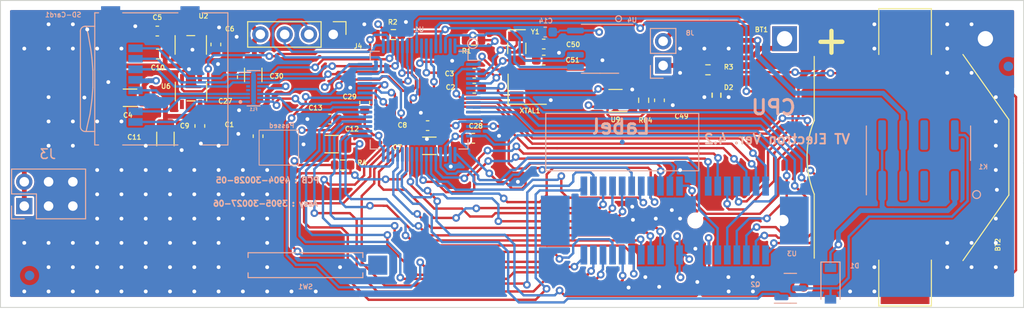
<source format=kicad_pcb>
(kicad_pcb (version 20240108) (generator "pcbnew") (generator_version "8.0")
  (layers (0 "F.Cu" signal) (1 "In1.Cu" signal) (2 "In2.Cu" signal) (31 "B.Cu" signal) (34 "B.Paste" user) (35 "F.Paste" user) (36 "B.SilkS" user "B.Silkscreen") (37 "F.SilkS" user "F.Silkscreen") (38 "B.Mask" user) (39 "F.Mask" user) (44 "Edge.Cuts" user))
  (net 0 "")
  (net 1 "GND")
  (net 2 "/OSC_OUT")
  (net 3 "/OSC_IN")
  (net 4 "/VDDA")
  (net 5 "Net-(C12-Pad1)")
  (net 6 "Net-(FL1-Pad2)")
  (net 7 "Net-(FL1-Pad3)")
  (net 8 "Net-(FL1-Pad1)")
  (net 10 "Net-(FL1-Pad6)")
  (net 11 "Net-(FL1-Pad7)")
  (net 12 "Net-(FL1-Pad8)")
  (net 13 "/SDAT7")
  (net 16 "/uDTR")
  (net 17 "/uDCD")
  (net 18 "/uPWRKEY")
  (net 19 "/SWDIO")
  (net 20 "/SWCLK")
  (net 21 "/Alim")
  (net 22 "/uStatus")
  (net 23 "/RxD")
  (net 24 "/TxD")
  (net 25 "/SD_D2")
  (net 26 "/SD_D3")
  (net 27 "/SD_CMD")
  (net 28 "/SD_CLK")
  (net 29 "/SD_D0")
  (net 30 "/SD_D1")
  (net 31 "/SYN")
  (net 32 "/SCL")
  (net 33 "/SDAT2")
  (net 34 "/SCS")
  (net 35 "/SDAT3")
  (net 36 "/SDAT4")
  (net 37 "/SDAT5")
  (net 38 "/SDAT6")
  (net 39 "/+3V3")
  (net 40 "/RS485_RxD")
  (net 41 "/IRQ2")
  (net 42 "/READY")
  (net 43 "/SCLK")
  (net 44 "/MISO")
  (net 45 "/MOSI")
  (net 46 "/SS")
  (net 47 "/RS485_TxD")
  (net 48 "/RS485_DE")
  (net 49 "/NRST")
  (net 50 "/OSC32_IN")
  (net 51 "/OSC32_OUT")
  (net 52 "/Magnet")
  (net 53 "/BT_RxD")
  (net 54 "/BT_TxD")
  (net 55 "/LED3")
  (net 56 "/LED2")
  (net 57 "/LED1")
  (net 58 "/VBAT")
  (net 60 "/ADE_Reset")
  (net 61 "/SDAe")
  (net 62 "/SCLe")
  (net 63 "/StartMasura")
  (net 64 "/Main")
  (net 65 "/BT_RTS")
  (net 66 "/BT_CTS")
  (net 69 "/Mains")
  (net 70 "/+3V3_SD")
  (net 71 "/+5V")
  (net 74 "/Uhlc")
  (net 75 "/Uext")
  (net 76 "/Batt_On")
  (footprint "Capacitor_SMD:C_0603_1608Metric" (layer "F.Cu") (at 34.46 12.4046 180)
    (property "Reference" "C13")
    (property "Value" "100n")
  )
  (footprint "Resistor_SMD:R_0603_1608Metric" (layer "F.Cu") (at 41.0894 3.5654 180)
    (property "Reference" "R2")
    (property "Value" "10k")
  )
  (footprint "Package_TO_SOT_SMD:SC-82AA" (layer "F.Cu") (at 64.3154 10.4638 180)
    (property "Reference" "U9")
    (property "Value" "XC6120N302NR-G" (hide yes))
  )
  (footprint "Fiducial:Fiducial_1mm_Mask2mm" (layer "F.Cu") (at 105.4022 6.8928)
    (property "Reference" "FID3" (hide yes))
    (property "Value" "Fiducial" (hide yes))
  )
  (footprint "Capacitor_SMD:C_1206_3216Metric" (layer "F.Cu") (at 44.8486 15.1986 180)
    (property "Reference" "C7")
    (property "Value" "10u")
  )
  (footprint "Crystal:Crystal_SMD_SeikoEpson_TSX3225-4Pin_3.2x2.5mm" (layer "F.Cu") (at 55.0848 9.2804)
    (property "Reference" "XTAL1")
    (property "Value" "403C11A16M00000" (hide yes))
  )
  (footprint "Capacitor_SMD:C_0603_1608Metric" (layer "F.Cu") (at 68.9128 10.4384 -90)
    (property "Reference" "C49")
    (property "Value" "100n")
  )
  (footprint "Capacitor_SMD:C_0603_1608Metric" (layer "F.Cu") (at 20.85 13.125 90)
    (property "Reference" "C9")
    (property "Value" "1u")
  )
  (footprint "Resistor_SMD:R_0603_1608Metric" (layer "F.Cu") (at 49.4714 4.1496)
    (property "Reference" "R1")
    (property "Value" "10k")
  )
  (footprint "Capacitor_SMD:C_0603_1608Metric" (layer "F.Cu") (at 26.94 14.19 90)
    (property "Reference" "C1")
    (property "Value" "100n")
  )
  (footprint "Capacitor_SMD:C_0603_1608Metric" (layer "F.Cu") (at 38.0922 10.6774 90)
    (property "Reference" "C29")
    (property "Value" "100n")
  )
  (footprint "Connector_PinHeader_2.54mm:PinHeader_1x04_P2.54mm_Vertical" (layer "F.Cu") (at 34.8 3.55 -90)
    (property "Reference" "J4")
    (property "Value" "Conn_01x04_Male" (hide yes))
  )
  (footprint "Capacitor_SMD:C_0603_1608Metric" (layer "F.Cu") (at 16.4 3.2)
    (property "Reference" "C5")
    (property "Value" "1u")
  )
  (footprint "Crystal:Crystal_SMD_EuroQuartz_EQ161-2Pin_3.2x1.5mm" (layer "F.Cu") (at 53.9926 5.0078 -90)
    (property "Reference" "Y1")
    (property "Value" "ECS-.327-6-34B-C-TR" (hide yes))
  )
  (footprint "AP3012KTR-G1:AP3012KTR-G1" (layer "F.Cu") (at 19.9 4.65 90)
    (property "Reference" "U2")
    (property "Value" "AP7343DQ-33W5-7" (hide yes))
  )
  (footprint "Capacitor_SMD:C_1206_3216Metric" (layer "F.Cu") (at 34.6378 15.0208 180)
    (property "Reference" "C12")
    (property "Value" "4,7u")
  )
  (footprint "Capacitor_SMD:C_0603_1608Metric" (layer "F.Cu") (at 56.812 4.556)
    (property "Reference" "C50")
    (property "Value" "10p")
  )
  (footprint "Capacitor_SMD:C_1206_3216Metric" (layer "F.Cu") (at 13.55 10.175 180)
    (property "Reference" "C4")
    (property "Value" "10u")
  )
  (footprint "Resistor_SMD:R_0603_1608Metric" (layer "F.Cu") (at 67.2618 10.4384 90)
    (property "Reference" "R64")
    (property "Value" "1k")
  )
  (footprint "Capacitor_SMD:C_0603_1608Metric" (layer "F.Cu") (at 24.2746 8.0104 -90)
    (property "Reference" "C27")
    (property "Value" "100n")
  )
  (footprint "Fiducial:Fiducial_1mm_Mask2mm" (layer "F.Cu") (at 2.9132 3.1844)
    (property "Reference" "FID2" (hide yes))
    (property "Value" "Fiducial" (hide yes))
  )
  (footprint "Battery:BatteryHolder_Keystone_3002_1x2032" (layer "F.Cu") (at 94.6 16.4 90)
    (property "Reference" "BT2")
    (property "Value" "Battery_Cell")
  )
  (footprint "Capacitor_SMD:C_0603_1608Metric" (layer "F.Cu") (at 56.812 6.2324)
    (property "Reference" "C51")
    (property "Value" "10p")
  )
  (footprint "Capacitor_SMD:C_1206_3216Metric" (layer "F.Cu") (at 17.25 14.48 90)
    (property "Reference" "C11")
    (property "Value" "10u")
  )
  (footprint "Battery:HLC1520" (layer "F.Cu") (at 82 4)
    (property "Reference" "BT1")
    (property "Value" "HLC1520")
  )
  (footprint "Resistor_SMD:R_0603_1608Metric" (layer "F.Cu") (at 73.9824 7.2484 180)
    (property "Reference" "R3")
    (property "Value" "0")
  )
  (footprint "Resistor_SMD:R_0603_1608Metric" (layer "F.Cu") (at 35.7808 17.2052)
    (property "Reference" "R4")
    (property "Value" "10k")
  )
  (footprint "AP3012KTR-G1:AP3012KTR-G1" (layer "F.Cu") (at 19.925 9.525 -90)
    (property "Reference" "U6")
    (property "Value" "AP7343DQ-33W5-7" (hide yes))
  )
  (footprint "Capacitor_SMD:C_0603_1608Metric" (layer "F.Cu") (at 16.45 5.6 180)
    (property "Reference" "C10")
    (property "Value" "1u")
  )
  (footprint "Capacitor_SMD:C_0603_1608Metric" (layer "F.Cu") (at 44.6708 13.0904 180)
    (property "Reference" "C8")
    (property "Value" "100n")
  )
  (footprint "Capacitor_SMD:C_0603_1608Metric" (layer "F.Cu") (at 49.446 14.4112)
    (property "Reference" "C28")
    (property "Value" "100n")
  )
  (footprint "Capacitor_SMD:C_1206_3216Metric" (layer "F.Cu") (at 26.4336 7.7836 -90)
    (property "Reference" "C30")
    (property "Value" "10u")
  )
  (footprint "Capacitor_SMD:C_0603_1608Metric" (layer "F.Cu") (at 49.5476 9.1788 180)
    (property "Reference" "C2")
    (property "Value" "10p")
  )
  (footprint "ESD:SOD-923_ONS" (layer "F.Cu") (at 74.8792 9.906 90)
    (property "Reference" "D2")
    (property "Value" "ESD9B5.0ST5G" (hide yes))
  )
  (footprint "Capacitor_SMD:C_0603_1608Metric" (layer "F.Cu") (at 49.5476 7.604 180)
    (property "Reference" "C3")
    (property "Value" "10p")
  )
  (footprint "Capacitor_SMD:C_0603_1608Metric" (layer "F.Cu") (at 22.525 4.6 90)
    (property "Reference" "C6")
    (property "Value" "1u")
  )
  (footprint "Fiducial:Fiducial_1mm_Mask2mm" (layer "F.Cu") (at 83.99 29.956)
    (property "Reference" "FID1" (hide yes))
    (property "Value" "Fiducial" (hide yes))
  )
  (footprint "Package_TO_SOT_SMD:SOT-23" (layer "B.Cu") (at 82.6 30.1)
    (property "Reference" "Q2")
    (property "Value" "DTC143T")
  )
  (footprint "Relay_SMD:Relay_Fujitsu_FTR-B4GA003" (layer "B.Cu") (at 96 16.725 90)
    (property "Reference" "K1")
    (property "Value" "FTR-B4GA003Z-B05")
  )
  (footprint "Package_QFP:LQFP-64_10x10mm_P0.5mm" (layer "B.Cu") (at 43.7818 10.4234 180)
    (property "Reference" "U1")
    (property "Value" "STM32U575RIT6")
  )
  (footprint "Diode_SMD:D_SOD-123" (layer "B.Cu") (at 86.8 29.6 -90)
    (property "Reference" "D1")
    (property "Value" "1N4148W")
  )
  (footprint "CM1624:FIL_CM1624" (layer "B.Cu") (at 26.4675 9.1788)
    (property "Reference" "FL1")
    (property "Value" "CM1624-08DE")
  )
  (footprint "Button_Switch_SMD:SW_SPST_REED_CT10-XXXX-G1" (layer "B.Cu") (at 31.8946 27.6794 180)
    (property "Reference" "SW1")
    (property "Value" "CT10-1030-G1")
  )
  (footprint "Connector_PinHeader_2.54mm:PinHeader_1x02_P2.54mm_Vertical" (layer "B.Cu") (at 69.3 6.8)
    (property "Reference" "J8")
    (property "Value" "Conn_01x02_Male")
  )
  (footprint "Fiducial:Fiducial_1mm_Mask2mm" (layer "B.Cu") (at 3.0402 28.7622 180)
    (property "Reference" "FID4" (hide yes))
    (property "Value" "Fiducial" (hide yes))
  )
  (footprint "Connector_PinSocket_2.54mm:PinSocket_2x03_P2.54mm_Vertical" (layer "B.Cu") (at 2.49 21.5 -90)
    (property "Reference" "J3")
    (property "Value" "DS1002-03-2*3131")
  )
  (footprint "Package_SO:SO-8_3.9x4.9mm_P1.27mm" (layer "B.Cu") (at 62.7 5.05 180)
    (property "Reference" "U4")
    (property "Value" "CAT24C512XE-T2")
  )
  (footprint "Symbol:Eticheta" (layer "B.Cu") (at 65.024 14.8082 180)
    (property "Reference" "TP1" (hide yes))
    (property "Value" "Eticheta" (hide yes))
  )
  (footprint "PCI_SMD_MOD:10061913-100CLF" (layer "B.Cu") (at 72.66 23.01)
    (property "Reference" "U3")
    (property "Value" "10061913-100CLF")
  )
  (footprint "Capacitor_SMD:C_0603_1608Metric" (layer "B.Cu") (at 56.9722 3.302 180)
    (property "Reference" "C14")
    (property "Value" "100n")
  )
  (footprint "Connector_Card:microSD_HC_Wuerth_693072010801" (layer "B.Cu") (at 15.6707 8.2 -90)
    (property "Reference" "SD-Card1")
    (property "Value" "HC_Wuerth_693072010801" (hide yes))
  )
  (gr_rect (start 27.051 13.5636) (end 31.1658 17.2212) (stroke (width 0.1)) (fill none) (layer "B.SilkS"))
  (gr_line (start 0 32.1) (end 107 32.1) (stroke (width 0.1)) (layer "Edge.Cuts"))
  (gr_line (start 107 32.1) (end 107 17) (stroke (width 0.1)) (layer "Edge.Cuts"))
  (gr_line (start 0 0) (end 0 32.1) (stroke (width 0.1)) (layer "Edge.Cuts"))
  (gr_line (start 107 0) (end 0 0) (stroke (width 0.1)) (layer "Edge.Cuts"))
  (gr_line (start 107 17) (end 107 0) (stroke (width 0.1)) (layer "Edge.Cuts"))
  (gr_text "VT Electron Ver. 4.2\n" (at 81.2038 14.5034 0) (layer "B.SilkS") (effects (font (size 1 1) (thickness 0.2)) (justify mirror)))
  (gr_text "Passed" (at 29.4132 13.081 0) (layer "B.SilkS") (effects (font (size 0.5 0.5) (thickness 0.1)) (justify mirror)))
  (gr_text "PCB : 4904-30028-05" (at 27.9146 18.796 0) (layer "B.SilkS") (effects (font (size 0.6 0.6)) (justify mirror)))
  (gr_text "Label" (at 64.897 13.208 0) (layer "B.SilkS") (effects (font (size 1.5 1.5) (thickness 0.3)) (justify mirror)))
  (gr_text "CPU" (at 80.8482 11.176 0) (layer "B.SilkS") (effects (font (size 1.5 1.5) (thickness 0.3)) (justify mirror)))
  (gr_text "Assy : 3905-30027-06" (at 27.7114 21.2344 0) (layer "B.SilkS") (effects (font (size 0.6 0.6)) (justify mirror)))
  (segment (start 22.525 3.825) (end 24.675 3.825) (width 0.25) (layer "F.Cu") (net 1))
  (segment (start 14.6046 3.2) (end 14.097 2.6924) (width 0.25) (layer "F.Cu") (net 1))
  (segment (start 8.8 10.175) (end 8.775 10.15) (width 0.25) (layer "F.Cu") (net 1))
  (segment (start 36.619 10.0678) (end 37.9268 10.0678) (width 0.25) (layer "F.Cu") (net 1))
  (segment (start 24.2746 8.7854) (end 23.4104 8.7854) (width 0.25) (layer "F.Cu") (net 1))
  (segment (start 36.576 9.1186) (end 37.3598 9.9024) (width 0.25) (layer "F.Cu") (net 1))
  (segment (start 65.1404 9.8138) (end 65.5242 9.8138) (width 0.25) (layer "F.Cu") (net 1))
  (segment (start 31.7168 15.0208) (end 31.6914 15.0462) (width 0.25) (layer "F.Cu") (net 1))
  (segment (start 51.9352 15.0716) (end 51.2748 14.4112) (width 0.25) (layer "F.Cu") (net 1))
  (segment (start 58.3738 5.432) (end 58.4122 5.4704) (width 0.25) (layer "F.Cu") (net 1))
  (segment (start 37.3598 9.9024) (end 38.0922 9.9024) (width 0.25) (layer "F.Cu") (net 1))
  (segment (start 20.85 13.9) (end 20.85 14.8556) (width 0.5) (layer "F.Cu") (net 1))
  (segment (start 57.587 5.432) (end 57.587 4.556) (width 0.25) (layer "F.Cu") (net 1))
  (segment (start 43.8958 13.0904) (end 43.8958 11.808) (width 0.25) (layer "F.Cu") (net 1))
  (segment (start 47.8204 7.604) (end 47.2362 7.0198) (width 0.25) (layer "F.Cu") (net 1))
  (segment (start 25.9604 8.7854) (end 26.4336 9.2586) (width 0.25) (layer "F.Cu") (net 1))
  (segment (start 33.685 11.681) (end 34.3838 10.9822) (width 0.25) (layer "F.Cu") (net 1))
  (segment (start 15.675 3.25) (end 15.625 3.2) (width 0.25) (layer "F.Cu") (net 1))
  (segment (start 66.068 9.27) (end 66.068 9.3103) (width 0.25) (layer "F.Cu") (net 1))
  (segment (start 9.05 3.2) (end 9.025 3.175) (width 0.25) (layer "F.Cu") (net 1))
  (segment (start 48.7726 9.1788) (end 48.7726 7.604) (width 0.25) (layer "F.Cu") (net 1))
  (segment (start 53.9848 8.4804) (end 54.2512 8.4804) (width 0.2) (layer "F.Cu") (net 1))
  (segment (start 47.55 2.4) (end 47.4 2.25) (width 0.25) (layer "F.Cu") (net 1))
  (segment (start 43.3736 14.921) (end 43.8072 14.4874) (width 0.25) (layer "F.Cu") (net 1))
  (segment (start 22.525 3.825) (end 22.525 3.1544) (width 0.25) (layer "F.Cu") (net 1))
  (segment (start 51.2748 14.4112) (end 50.221 14.4112) (width 0.25) (layer "F.Cu") (net 1))
  (segment (start 47.2362 7.0198) (end 47.2362 6.3086) (width 0.25) (layer "F.Cu") (net 1))
  (segment (start 24.675 3.825) (end 24.7 3.8) (width 0.25) (layer "F.Cu") (net 1))
  (segment (start 22.725 6.675) (end 22.75 6.65) (width 0.25) (layer "F.Cu") (net 1))
  (segment (start 69.1788 10.9474) (end 68.9128 11.2134) (width 0.25) (layer "F.Cu") (net 1))
  (segment (start 34.3838 10.9822) (end 35.7046 10.9822) (width 0.25) (layer "F.Cu") (net 1))
  (segment (start 47.2362 6.3086) (end 47.55 5.9948) (width 0.25) (layer "F.Cu") (net 1))
  (segment (start 94.6 16.4) (end 100.8 16.4) (width 0.25) (layer "F.Cu") (net 1))
  (segment (start 48.7726 7.604) (end 47.8204 7.604) (width 0.25) (layer "F.Cu") (net 1))
  (segment (start 43.3736 13.6126) (end 43.8958 13.0904) (width 0.25) (layer "F.Cu") (net 1))
  (segment (start 19.925 7.4028) (end 19.7104 7.1882) (width 0.25) (layer "F.Cu") (net 1))
  (segment (start 57.587 6.2324) (end 57.587 5.432) (width 0.25) (layer "F.Cu") (net 1))
  (segment (start 12.075 9.3318) (end 11.2776 8.5344) (width 0.2) (layer "F.Cu") (net 1))
  (segment (start 35.7046 10.9822) (end 36.619 10.0678) (width 0.25) (layer "F.Cu") (net 1))
  (segment (start 51.9352 16.7852) (end 51.9352 15.0716) (width 0.25) (layer "F.Cu") (net 1))
  (segment (start 100.8 16.4) (end 104.2 19.8) (width 0.25) (layer "F.Cu") (net 1))
  (segment (start 57.587 6.2324) (end 62.9324 6.2324) (width 0.25) (layer "F.Cu") (net 1))
  (segment (start 57.2056 10.0804) (end 57.5486 10.4234) (width 0.25) (layer "F.Cu") (net 1))
  (segment (start 24.875 14.795) (end 25.045 14.965) (width 0.25) (layer "F.Cu") (net 1))
  (segment (start 24.2746 8.7854) (end 25.9604 8.7854) (width 0.25) (layer "F.Cu") (net 1))
  (segment (start 17.25 15.955) (end 18.6398 15.955) (width 0.5) (layer "F.Cu") (net 1))
  (segment (start 33.1628 15.0208) (end 31.7168 15.0208) (width 0.25) (layer "F.Cu") (net 1))
  (segment (start 33.685 12.4046) (end 33.685 11.681) (width 0.25) (layer "F.Cu") (net 1))
  (segment (start 15.625 3.2) (end 14.6046 3.2) (width 0.25) (layer "F.Cu") (net 1))
  (segment (start 33.685 12.4046) (end 32.0978 12.4046) (width 0.25) (layer "F.Cu") (net 1))
  (segment (start 55.8512 10.0804) (end 56.1848 10.0804) (width 0.2) (layer "F.Cu") (net 1))
  (segment (start 43.8958 11.808) (end 43.9596 11.7442) (width 0.25) (layer "F.Cu") (net 1))
  (segment (start 19.925 8.18515) (end 19.925 7.4028) (width 0.25) (layer "F.Cu") (net 1))
  (segment (start 22.525 3.1544) (end 22.86 2.8194) (width 0.25) (layer "F.Cu") (net 1))
  (segment (start 24.875 13.95) (end 24.875 14.795) (width 0.25) (layer "F.Cu") (net 1))
  (segment (start 19.9 5.325) (end 20.075 5.15) (width 0.25) (layer "F.Cu") (net 1))
  (segment (start 54.11 18.96) (end 51.9352 16.7852) (width 0.25) (layer "F.Cu") (net 1))
  (segment (start 9.025 3.075) (end 9.075 3.025) (width 0.25) (layer "F.Cu") (net 1))
  (segment (start 18.6398 15.955) (end 18.9484 15.6464) (width 0.5) (layer "F.Cu") (net 1))
  (segment (start 43.3736 15.1986) (end 43.3736 14.921) (width 0.25) (layer "F.Cu") (net 1))
  (segment (start 37.9268 10.0678) (end 38.0922 9.9024) (width 0.25) (layer "F.Cu") (net 1))
  (segment (start 12.075 10.175) (end 12.075 9.3318) (width 0.2) (layer "F.Cu") (net 1))
  (segment (start 47.55 5.9948) (end 47.55 2.4) (width 0.25) (layer "F.Cu") (net 1))
  (segment (start 43.8072 14.4874) (end 44.5946 14.4874) (width 0.25) (layer "F.Cu") (net 1))
  (segment (start 51.8844 14.4112) (end 52.1384 14.1572) (width 0.25) (layer "F.Cu") (net 1))
  (segment (start 56.1848 10.0804) (end 57.2056 10.0804) (width 0.25) (layer "F.Cu") (net 1))
  (segment (start 15.675 5.6) (end 15.675 3.25) (width 0.25) (layer "F.Cu") (net 1))
  (segment (start 23.4104 8.7854) (end 22.725 8.1) (width 0.25) (layer "F.Cu") (net 1))
  (segment (start 19.9 5.98985) (end 19.9 5.325) (width 0.25) (layer "F.Cu") (net 1))
  (segment (start 50.221 14.4112) (end 51.8844 14.4112) (width 0.25) (layer "F.Cu") (net 1))
  (segment (start 26.4336 9.2586) (end 24.95 10.7422) (width 0.25) (layer "F.Cu") (net 1))
  (segment (start 24.95 10.7422) (end 24.95 11.475) (width 0.25) (layer "F.Cu") (net 1))
  (segment (start 70.3072 10.9474) (end 69.1788 10.9474) (width 0.25) (layer "F.Cu") (net 1))
  (segment (start 26.94 14.965) (end 25.045 14.965) (width 0.25) (layer "F.Cu") (net 1))
  (segment (start 22.725 8.1) (end 22.725 6.675) (width 0.25) (layer "F.Cu") (net 1))
  (segment (start 43.3736 15.1986) (end 43.3736 13.6126) (width 0.25) (layer "F.Cu") (net 1))
  (segment (start 9.025 3.175) (end 9.025 3.075) (width 0.25) (layer "F.Cu") (net 1))
  (segment (start 57.587 5.432) (end 58.3738 5.432) (width 0.25) (layer "F.Cu") (net 1))
  (segment (start 54.2512 8.4804) (end 55.8512 10.0804) (width 0.2) (layer "F.Cu") (net 1))
  (segment (start 20.85 14.8556) (end 20.955 14.9606) (width 0.5) (layer "F.Cu") (net 1))
  (segment (start 47.4 2.25) (end 42.4 2.25) (width 0.25) (layer "F.Cu") (net 1))
  (segment (start 65.5242 9.8138) (end 66.068 9.27) (width 0.25) (layer "F.Cu") (net 1))
  (via (at 76.15 30.43) (size 0.8) (drill 0.4) (layers "F.Cu" "B.Cu") (net 1))
  (via (at 54.11 18.96) (size 0.8) (drill 0.4) (layers "F.Cu" "B.Cu") (net 1))
  (via (at 7.57 12.65) (size 0.8) (drill 0.4) (layers "F.Cu" "B.Cu") (net 1))
  (via (at 70.3072 10.9474) (size 0.8) (drill 0.4) (layers "F.Cu" "B.Cu") (net 1))
  (via (at 99.01 7.57) (size 0.8) (drill 0.4) (layers "F.Cu" "B.Cu") (net 1))
  (via (at 22.81 15.19) (size 0.8) (drill 0.4) (layers "F.Cu" "B.Cu") (net 1))
  (via (at 76.1238 28.9306) (size 0.8) (drill 0.4) (layers "F.Cu" "B.Cu") (net 1))
  (via (at 78.6638 28.9052) (size 0.8) (drill 0.4) (layers "F.Cu" "B.Cu") (net 1))
  (via (at 12.65 20.27) (size 0.8) (drill 0.4) (layers "F.Cu" "B.Cu") (net 1))
  (via (at 27.89 17.73) (size 0.8) (drill 0.4) (layers "F.Cu" "B.Cu") (net 1))
  (via (at 7.57 2.49) (size 0.8) (drill 0.4) (layers "F.Cu" "B.Cu") (net 1))
  (via (at 22.81 20.27) (size 0.8) (drill 0.4) (layers "F.Cu" "B.Cu") (net 1))
  (via (at 17.73 20.27) (size 0.8) (drill 0.4) (layers "F.Cu" "B.Cu") (net 1))
  (via (at 10.11 20.27) (size 0.8) (drill 0.4) (layers "F.Cu" "B.Cu") (net 1))
  (via (at 27.89 22.81) (size 0.8) (drill 0.4) (layers "F.Cu" "B.Cu") (net 1))
  (via (at 22.81 17.73) (size 0.8) (drill 0.4) (layers "F.Cu" "B.Cu") (net 1))
  (via (at 7.57 15.19) (size 0.8) (drill 0.4) (layers "F.Cu" "B.Cu") (net 1))
  (via (at 5.03 10.11) (size 0.8) (drill 0.4) (layers "F.Cu" "B.Cu") (net 1))
  (via (at 73.61 10.11) (size 0.8) (drill 0.4) (layers "F.Cu" "B.Cu") (net 1))
  (via (at 20.27 27.89) (size 0.8) (drill 0.4) (layers "F.Cu" "B.Cu") (net 1))
  (via (at 20.955 14.9606) (size 0.8) (drill 0.4) (layers "F.Cu" "B.Cu") (net 1))
  (via (at 88.85 30.43) (size 0.8) (drill 0.4) (layers "F.Cu" "B.Cu") (net 1))
  (via (at 25.35 22.81) (size 0.8) (drill 0.4) (layers "F.Cu" "B.Cu") (net 1))
  (via (at 70.2056 21.9202) (size 0.8) (drill 0.4) (layers "F.Cu" "B.Cu") (net 1))
  (via (at 5.03 27.89) (size 0.8) (drill 0.4) (layers "F.Cu" "B.Cu") (net 1))
  (via (at 14.097 2.6924) (size 0.8) (drill 0.4) (layers "F.Cu" "B.Cu") (net 1))
  (via (at 5.03 15.19) (size 0.8) (drill 0.4) (layers "F.Cu" "B.Cu") (net 1))
  (via (at 68.53 22.81) (size 0.8) (drill 0.4) (layers "F.Cu" "B.Cu") (net 1))
  (via (at 8.775 10.15) (size 0.8) (drill 0.4) (layers "F.Cu" "B.Cu") (net 1))
  (via (at 20.27 22.81) (size 0.8) (drill 0.4) (layers "F.Cu" "B.Cu") (net 1))
  (via (at 12.65 27.89) (size 0.8) (drill 0.4) (layers "F.Cu" "B.Cu") (net 1))
  (via (at 78.69 30.43) (size 0.8) (drill 0.4) (layers "F.Cu" "B.Cu") (net 1))
  (via (at 101.55 25.35) (size 0.8) (drill 0.4) (layers "F.Cu" "B.Cu") (net 1))
  (via (at 99.01 27.89) (size 0.8) (drill 0.4) (layers "F.Cu" "B.Cu") (net 1))
  (via (at 12.65 22.81) (size 0.8) (drill 0.4) (layers "F.Cu" "B.Cu") (net 1))
  (via (at 17.73 22.81) (size 0.8) (drill 0.4) (layers "F.Cu" "B.Cu") (net 1))
  (via (at 10.11 5.03) (size 0.8) (drill 0.4) (layers "F.Cu" "B.Cu") (net 1))
  (via (at 42.4 2.25) (size 0.8) (drill 0.4) (layers "F.Cu" "B.Cu") (net 1))
  (via (at 104.09 27.89) (size 0.8) (drill 0.4) (layers "F.Cu" "B.Cu") (net 1))
  (via (at 7.57 25.35) (size 0.8) (drill 0.4) (layers "F.Cu" "B.Cu") (net 1))
  (via (at 5.03 2.49) (size 0.8) (drill 0.4) (layers "F.Cu" "B.Cu") (net 1))
  (via (at 12.65 30.43) (size 0.8) (drill 0.4) (layers "F.Cu" "B.Cu") (net 1))
  (via (at 91.39 5.03) (size 0.8) (drill 0.4) (layers "F.Cu" "B.Cu") (net 1))
  (via (at 73.61 5.03) (size 0.8) (drill 0.4) (layers "F.Cu" "B.Cu") (net 1))
  (via (at 47.2362 6.3086) (size 0.8) (drill 0.4) (layers "F.Cu" "B.Cu") (net 1))
  (via (at 5.03 25.35) (size 0.8) (drill 0.4) (layers "F.Cu" "B.Cu") (net 1))
  (via (at 17.73 17.73) (size 0.8) (drill 0.4) (layers "F.Cu" "B.Cu") (net 1))
  (via (at 22.81 25.35) (size 0.8) (drill 0.4) (layers "F.Cu" "B.Cu") (net 1))
  (via (at 15.19 30.43) (size 0.8) (drill 0.4) (layers "F.Cu" "B.Cu") (net 1))
  (via (at 17.73 27.89) (size 0.8) (drill 0.4) (layers "F.Cu" "B.Cu") (net 1))
  (via (at 71.07 7.57) (size 0.8) (drill 0.4) (layers "F.Cu" "B.Cu") (net 1))
  (via (at 99.01 25.35) (size 0.8) (drill 0.4) (layers "F.Cu" "B.Cu") (net 1))
  (via (at 27.89 27.89) (size 0.8) (drill 0.4) (layers "F.Cu" "B.Cu") (net 1))
  (via (at 10.11 17.73) (size 0.8) (drill 0.4) (layers "F.Cu" "B.Cu") (net 1))
  (via (at 30.43 30.43) (size 0.8) (drill 0.4) (layers "F.Cu" "B.Cu") (net 1))
  (via (at 71.07 22.81) (size 0.8) (drill 0.4) (layers "F.Cu" "B.Cu") (net 1))
  (via (at 35.51 27.89) (size 0.8) (drill 0.4) (layers "F.Cu" "B.Cu") (net 1))
  (via (at 27.89 30.43) (size 0.8) (drill 0.4) (layers "F.Cu" "B.Cu") (net 1))
  (via (at 104.2 19.8) (size 0.8) (drill 0.4) (layers "F.Cu" "B.Cu") (net 1))
  (via (at 10.11 30.43) (size 0.8) (drill 0.4) (layers "F.Cu" "B.Cu") (net 1))
  (via (at 20.27 20.27) (size 0.8) (drill 0.4) (layers "F.Cu" "B.Cu") (net 1))
  (via (at 91.39 27.89) (size 0.8) (drill 0.4) (layers "F.Cu" "B.Cu") (net 1))
  (via (at 58.4122 5.4704) (size 0.8) (drill 0.4) (layers "F.Cu" "B.Cu") (net 1))
  (via (at 65.6844 30.0228) (size 0.8) (drill 0.4) (layers "F.Cu" "B.Cu") (net 1))
  (via (at 52.1384 14.1572) (size 0.8) (drill 0.4) (layers "F.Cu" "B.Cu") (net 1))
  (via (at 104.09 22.81) (size 0.8) (drill 0.4) (layers "F.Cu" "B.Cu") (net 1))
  (via (at 36.576 9.1186) (size 0.8) (drill 0.4) (layers "F.Cu" "B.Cu") (net 1))
  (via (at 25.35 30.43) (size 0.8) (drill 0.4) (layers "F.Cu" "B.Cu") (net 1))
  (via (at 24.95 11.475) (size 0.8) (drill 0.4) (layers "F.Cu" "B.Cu") (net 1))
  (via (at 22.81 22.81) (size 0.8) (drill 0.4) (layers "F.Cu" "B.Cu") (net 1))
  (via (at 27.89 20.27) (size 0.8) (drill 0.4) (layers "F.Cu" "B.Cu") (net 1))
  (via (at 2.49 5.03) (size 0.8) (drill 0.4) (layers "F.Cu" "B.Cu") (net 1))
  (via (at 99.01 5.03) (size 0.8) (drill 0.4) (layers "F.Cu" "B.Cu") (net 1))
  (via (at 15.19 22.81) (size 0.8) (drill 0.4) (layers "F.Cu" "B.Cu") (net 1))
  (via (at 31.6914 15.0462) (size 0.8) (drill 0.4) (layers "F.Cu" "B.Cu") (net 1))
  (via (at 10.11 27.89) (size 0.8) (drill 0.4) (layers "F.Cu" "B.Cu") (net 1))
  (via (at 76.15 10.11) (size 0.8) (drill 0.4) (layers "F.Cu" "B.Cu") (net 1))
  (via (at 15.19 15.19) (size 0.8) (drill 0.4) (layers "F.Cu" "B.Cu") (net 1))
  (via (at 91.39 2.49) (size 0.8) (drill 0.4) (layers "F.Cu" "B.Cu") (net 1))
  (via (at 20.075 5.15) (size 0.8) (drill 0.4) (layers "F.Cu" "B.Cu") (net 1))
  (via (at 47.0916 17.3678) (size 0.8) (drill 0.4) (layers "F.Cu" "B.Cu") (net 1))
  (via (at 15.19 20.27) (size 0.8) (drill 0.4) (layers "F.Cu" "B.Cu") (net 1))
  (via (at 22.75 6.65) (size 0.8) (drill 0.4) (layers "F.Cu" "B.Cu") (net 1))
  (via (at 12.65 25.35) (size 0.8) (drill 0.4) (layers "F.Cu" "B.Cu") (net 1))
  (via (at 17.73 30.43) (size 0.8) (drill 0.4) (layers "F.Cu" "B.Cu") (net 1))
  (via (at 25.35 17.73) (size 0.8) (drill 0.4) (layers "F.Cu" "B.Cu") (net 1))
  (via (at 72.8726 29.4386) (size 0.8) (drill 0.4) (layers "F.Cu" "B.Cu") (net 1))
  (via (at 7.57 5.03) (size 0.8) (drill 0.4) (layers "F.Cu" "B.Cu") (net 1))
  (via (at 66.1416 22.9362) (size 0.8) (drill 0.4) (layers "F.Cu" "B.Cu") (net 1))
  (via (at 71.07 5.03) (size 0.8) (drill 0.4) (layers "F.Cu" "B.Cu") (net 1))
  (via (at 20.27 30.43) (size 0.8) (drill 0.4) (layers "F.Cu" "B.Cu") (net 1))
  (via (at 7.57 30.43) (size 0.8) (drill 0.4) (layers "F.Cu" "B.Cu") (net 1))
  (via (at 15.19 17.73) (size 0.8) (drill 0.4) (layers "F.Cu" "B.Cu") (net 1))
  (via (at 5.03 5.03) (size 0.8) (drill 0.4) (layers "F.Cu" "B.Cu") (net 1))
  (via (at 17.73 25.35) (size 0.8) (drill 0.4) (layers "F.Cu" "B.Cu") (net 1))
  (via (at 10.11 25.35) (size 0.8) (drill 0.4) (layers "F.Cu" "B.Cu") (net 1))
  (via (at 2.49 30.43) (size 0.8) (drill 0.4) (layers "F.Cu" "B.Cu") (net 1))
  (via (at 104.09 12.65) (size 0.8) (drill 0.4) (layers "F.Cu" "B.Cu") (net 1))
  (via (at 25.35 20.27) (size 0.8) (drill 0.4) (layers "F.Cu" "B.Cu") (net 1))
  (via (at 101.55 2.49) (size 0.8) (drill 0.4) (layers "F.Cu" "B.Cu") (net 1))
  (via (at 32.97 30.43) (size 0.8) (drill 0.4) (layers "F.Cu" "B.Cu") (net 1))
  (via (at 62.95 6.25) (size 0.8) (drill 0.4) (layers "F.Cu" "B.Cu") (net 1))
  (via (at 99.01 2.49) (size 0.8) (drill 0.4) (layers "F.Cu" "B.Cu") (net 1))
  (via (at 22.81 27.89) (size 0.8) (drill 0.4) (layers "F.Cu" "B.Cu") (net 1))
  (via (at 15.19 27.89) (size 0.8) (drill 0.4) (layers "F.Cu" "B.Cu") (net 1))
  (via (at 91.39 30.43) (size 0.8) (drill 0.4) (layers "F.Cu" "B.Cu") (net 1))
  (via (at 20.27 17.73) (size 0.8) (drill 0.4) (layers "F.Cu" "B.Cu") (net 1))
  (via (at 43.9596 11.7442) (size 0.8) (drill 0.4) (layers "F.Cu" "B.Cu") (net 1))
  (via (at 57.5486 10.4234) (size 0.8) (drill 0.4) (layers "F.Cu" "B.Cu") (net 1))
  (via (at 9.075 3.025) (size 0.8) (drill 0.4) (layers "F.Cu" "B.Cu") (net 1))
  (via (at 68.8848 29.9466) (size 0.8) (drill 0.4) (layers "F.Cu" "B.Cu") (net 1))
  (via (at 10.11 22.81) (size 0.8) (drill 0.4) (layers "F.Cu" "B.Cu") (net 1))
  (via (at 15.19 25.35) (size 0.8) (drill 0.4) (layers "F.Cu" "B.Cu") (net 1))
  (via (at 5.03 30.43) (size 0.8) (drill 0.4) (layers "F.Cu" "B.Cu") (net 1))
  (via (at 24.875 13.95) (size 0.8) (drill 0.4) (layers "F.Cu" "B.Cu") (net 1))
  (via (at 10.11 12.65) (size 0.8) (drill 0.4) (layers "F.Cu" "B.Cu") (net 1))
  (via (at 101.55 27.89) (size 0.8) (drill 0.4) (layers "F.Cu" "B.Cu") (net 1))
  (via (at 5.03 12.65) (size 0.8) (drill 0.4) (layers "F.Cu" "B.Cu") (net 1))
  (via (at 12.65 17.73) (size 0.8) (drill 0.4) (layers "F.Cu" "B.Cu") (net 1))
  (via (at 19.7104 7.1882) (size 0.8) (drill 0.4) (layers "F.Cu" "B.Cu") (net 1))
  (via (at 72.6694 25.9588) (size 0.8) (drill 0.4) (layers "F.Cu" "B.Cu") (net 1))
  (via (at 11.2776 8.5344) (size 0.8) (drill 0.4) (layers "F.Cu" "B.Cu") (net 1))
  (via (at 66.068 9.3103) (size 0.8) (drill 0.4) (layers "F.Cu" "B.Cu") (net 1))
  (via (at 104.09 10.11) (size 0.8) (drill 0.4) (layers "F.Cu" "B.Cu") (net 1))
  (via (at 7.57 27.89) (size 0.8) (drill 0.4) (layers "F.Cu" "B.Cu") (net 1))
  (via (at 20.27 25.35) (size 0.8) (drill 0.4) (layers "F.Cu" "B.Cu") (net 1))
  (via (at 101.55 7.57) (size 0.8) (drill 0.4) (layers "F.Cu" "B.Cu") (net 1))
  (via (at 18.9484 15.6464) (size 0.8) (drill 0.4) (layers "F.Cu" "B.Cu") (net 1))
  (via (at 104.09 15.19) (size 0.8) (drill 0.4) (layers "F.Cu" "B.Cu") (net 1))
  (via (at 104.09 17.73) (size 0.8) (drill 0.4) (layers "F.Cu" "B.Cu") (net 1))
  (via (at 104.09 25.35) (size 0.8) (drill 0.4) (layers "F.Cu" "B.Cu") (net 1))
  (via (at 44.5946 14.4874) (size 0.8) (drill 0.4) (layers "F.Cu" "B.Cu") (net 1))
  (via (at 12.65 5.03) (size 0.8) (drill 0.4) (layers "F.Cu" "B.Cu") (net 1))
  (via (at 76.15 5.03) (size 0.8) (drill 0.4) (layers "F.Cu" "B.Cu") (net 1))
  (via (at 67.437 28.9306) (size 0.8) (drill 0.4) (layers "F.Cu" "B.Cu") (net 1))
  (via (at 12.65 12.65) (size 0.8) (drill 0.4) (layers "F.Cu" "B.Cu") (net 1))
  (via (at 27.89 25.35) (size 0.8) (drill 0.4) (layers "F.Cu" "B.Cu") (net 1))
  (via (at 32.0978 12.4046) (size 0.8) (drill 0.4) (layers "F.Cu" "B.Cu") (net 1))
  (via (at 71.07 17.73) (size 0.8) (drill 0.4) (layers "F.Cu" "B.Cu") (net 1))
  (via (at 24.7 3.8) (size 0.8) (drill 0.4) (layers "F.Cu" "B.Cu") (net 1))
  (via (at 38.05 2.49) (size 0.8) (drill 0.4) (layers "F.Cu" "B.Cu") (net 1))
  (via (at 22.81 30.43) (size 0.8) (drill 0.4) (layers "F.Cu" "B.Cu") (net 1))
  (via (at 66.0654 21.5646) (size 0.8) (drill 0.4) (layers "F.Cu" "B.Cu") (net 1))
  (via (at 2.49 25.35) (size 0.8) (drill 0.4) (layers "F.Cu" "B.Cu") (net 1))
  (via (at 22.86 2.8194) (size 0.8) (drill 0.4) (layers "F.Cu" "B.Cu") (net 1))
  (segment (start 47.0916 17.3678) (end 47.0318 17.308) (width 0.25) (layer "B.Cu") (net 1))
  (segment (start 65.275 6.955) (end 65.275 5.685) (width 0.25) (layer "B.Cu") (net 1))
  (segment (start 65.275 5.685) (end 65.275 4.415) (width 0.25) (layer "B.Cu") (net 1))
  (segment (start 47.0318 6.1042) (end 47.2362 6.3086) (width 0.25) (layer "B.Cu") (net 1))
  (segment (start 36.576 9.1186) (end 36.111 8.6536) (width 0.25) (layer "B.Cu") (net 1))
  (segment (start 36.111 7.8834) (end 36.821 7.1734) (width 0.25) (layer "B.Cu") (net 1))
  (segment (start 36.821 7.1734) (end 38.1068 7.1734) (width 0.25) (layer "B.Cu") (net 1))
  (segment (start 47.0318 4.7484) (end 47.0318 6.1042) (width 0.25) (layer "B.Cu") (net 1))
  (segment (start 47.0916 17.4244) (end 47.0916 17.3678) (width 0.25) (layer "B.Cu") (net 1))
  (segment (start 44.3888 12.1734) (end 43.9596 11.7442) (width 0.2) (layer "B.Cu") (net 1))
  (segment (start 47.0318 17.308) (end 47.0318 16.0984) (width 0.25) (layer "B.Cu") (net 1))
  (segment (start 36.111 8.6536) (end 36.111 7.8834) (width 0.25) (layer "B.Cu") (net 1))
  (segment (start 49.4568 12.1734) (end 44.3888 12.1734) (width 0.2) (layer "B.Cu") (net 1))
  (segment (start 65.275 4.415) (end 65.275 3.145) (width 0.25) (layer "B.Cu") (net 1))
  (segment (start 52.3748 8.9662) (end 52.1622 9.1788) (width 0.25) (layer "F.Cu") (net 2))
  (segment (start 52.1622 9.1788) (end 50.3226 9.1788) (width 0.25) (layer "F.Cu") (net 2))
  (segment (start 52.028622 9.312378) (end 52.028622 9.500822) (width 0.25) (layer "F.Cu") (net 2))
  (segment (start 52.3748 8.9662) (end 52.028622 9.312378) (width 0.25) (layer "F.Cu") (net 2))
  (segment (start 52.028622 9.500822) (end 52.6082 10.0804) (width 0.25) (layer "F.Cu") (net 2))
  (segment (start 52.6082 10.0804) (end 53.9848 10.0804) (width 0.25) (layer "F.Cu") (net 2))
  (via (at 52.3748 8.9662) (size 0.8) (drill 0.4) (layers "F.Cu" "B.Cu") (net 2))
  (segment (start 52.1732 8.9662) (end 51.966 9.1734) (width 0.25) (layer "B.Cu") (net 2))
  (segment (start 51.966 9.1734) (end 49.4568 9.1734) (width 0.25) (layer "B.Cu") (net 2))
  (segment (start 52.3748 8.9662) (end 52.1732 8.9662) (width 0.25) (layer "B.Cu") (net 2))
  (segment (start 55.415 7.604) (end 56.1848 8.3738) (width 0.25) (layer "F.Cu") (net 3))
  (segment (start 50.3226 7.604) (end 51.3764 7.604) (width 0.25) (layer "F.Cu") (net 3))
  (segment (start 52.3416 7.604) (end 55.415 7.604) (width 0.25) (layer "F.Cu") (net 3))
  (segment (start 51.3764 7.604) (end 51.859 8.0866) (width 0.25) (layer "F.Cu") (net 3))
  (segment (start 56.1848 8.3738) (end 56.1848 8.4804) (width 0.25) (layer "F.Cu") (net 3))
  (segment (start 51.859 8.0866) (end 52.3416 7.604) (width 0.25) (layer "F.Cu") (net 3))
  (via (at 51.859 8.0866) (size 0.8) (drill 0.4) (layers "F.Cu" "B.Cu") (net 3))
  (segment (start 51.2722 8.6734) (end 51.859 8.0866) (width 0.25) (layer "B.Cu") (net 3))
  (segment (start 49.4568 8.6734) (end 51.2722 8.6734) (width 0.25) (layer "B.Cu") (net 3))
  (segment (start 46.4488 13.0904) (end 45.4458 13.0904) (width 0.25) (layer "F.Cu") (net 4))
  (segment (start 46.3236 15.1986) (end 46.3236 13.2156) (width 0.25) (layer "F.Cu") (net 4))
  (segment (start 47.6172 13.0904) (end 46.4488 13.0904) (width 0.25) (layer "F.Cu") (net 4))
  (segment (start 46.3236 13.2156) (end 46.4488 13.0904) (width 0.25) (layer "F.Cu") (net 4))
  (via (at 47.6172 13.0904) (size 0.8) (drill 0.4) (layers "F.Cu" "B.Cu") (net 4))
  (segment (start 49.4568 12.6734) (end 48.0342 12.6734) (width 0.25) (layer "B.Cu") (net 4))
  (segment (start 48.0342 12.6734) (end 47.6172 13.0904) (width 0.25) (layer "B.Cu") (net 4))
  (segment (start 37.5588 14.9954) (end 36.1382 14.9954) (width 0.25) (layer "F.Cu") (net 5))
  (segment (start 36.1382 14.9954) (end 36.1128 15.0208) (width 0.25) (layer "F.Cu") (net 5))
  (via (at 37.5588 14.9954) (size 0.8) (drill 0.4) (layers "F.Cu" "B.Cu") (net 5))
  (segment (start 41.0318 16.9834) (end 41.0318 16.0984) (width 0.25) (layer "B.Cu") (net 5))
  (segment (start 37.2286 16.8496) (end 37.7366 17.3576) (width 0.25) (layer "B.Cu") (net 5))
  (segment (start 40.6576 17.3576) (end 41.0318 16.9834) (width 0.25) (layer "B.Cu") (net 5))
  (segment (start 37.2286 15.3256) (end 37.2286 16.8496) (width 0.25) (layer "B.Cu") (net 5))
  (segment (start 37.5588 14.9954) (end 37.2286 15.3256) (width 0.25) (layer "B.Cu") (net 5))
  (segment (start 37.7366 17.3576) (end 40.6576 17.3576) (width 0.25) (layer "B.Cu") (net 5))
  (segment (start 14.1207 11.6) (end 17.383 11.6) (width 0.25) (layer "B.Cu") (net 6))
  (segment (start 20.2266 10.1788) (end 25.8925 10.1788) (width 0.25) (layer "B.Cu") (net 6))
  (segment (start 18.8042 10.1788) (end 20.2266 10.1788) (width 0.25) (layer "B.Cu") (net 6))
  (segment (start 17.383 11.6) (end 18.8042 10.1788) (width 0.25) (layer "B.Cu") (net 6))
  (segment (start 16.6582 9.7788) (end 16.2794 9.4) (width 0.25) (layer "B.Cu") (net 7))
  (segment (start 16.2794 9.4) (end 14.1207 9.4) (width 0.25) (layer "B.Cu") (net 7))
  (segment (start 25.8925 9.7788) (end 16.6582 9.7788) (width 0.25) (layer "B.Cu") (net 7))
  (segment (start 18.3 12.7) (end 18.9204 12.0796) (width 0.25) (layer "B.Cu") (net 8))
  (segment (start 18.9204 12.0796) (end 20.4212 10.5788) (width 0.25) (layer "B.Cu") (net 8))
  (segment (start 14.1207 12.7) (end 18.3 12.7) (width 0.25) (layer "B.Cu") (net 8))
  (segment (start 20.4212 10.5788) (end 25.8925 10.5788) (width 0.25) (layer "B.Cu") (net 8))
  (segment (start 18.1864 8.9916) (end 23.622 8.9916) (width 0.25) (layer "B.Cu") (net 10))
  (segment (start 16.3948 7.2) (end 18.1864 8.9916) (width 0.25) (layer "B.Cu") (net 10))
  (segment (start 14.1207 7.2) (end 16.3948 7.2) (width 0.25) (layer "B.Cu") (net 10))
  (segment (start 23.8378 9.0424) (end 24.3014 8.5788) (width 0.25) (layer "B.Cu") (net 10))
  (segment (start 24.3014 8.5788) (end 25.8925 8.5788) (width 0.25) (layer "B.Cu") (net 10))
  (segment (start 23.622 8.9916) (end 23.6728 9.0424) (width 0.25) (layer "B.Cu") (net 10))
  (segment (start 23.6728 9.0424) (end 23.8378 9.0424) (width 0.25) (layer "B.Cu") (net 10))
  (segment (start 16.4124 6.1) (end 18.8722 8.5598) (width 0.25) (layer "B.Cu") (net 11))
  (segment (start 18.8722 8.5598) (end 23.5204 8.5598) (width 0.25) (layer "B.Cu") (net 11))
  (segment (start 14.1207 6.1) (end 16.4124 6.1) (width 0.25) (layer "B.Cu") (net 11))
  (segment (start 23.5204 8.5598) (end 23.9014 8.1788) (width 0.25) (layer "B.Cu") (net 11))
  (segment (start 23.9014 8.1788) (end 25.8925 8.1788) (width 0.25) (layer "B.Cu") (net 11))
  (segment (start 19.5834 8.128) (end 23.0506 8.128) (width 0.25) (layer "B.Cu") (net 12))
  (segment (start 14.1207 5) (end 16.4554 5) (width 0.25) (layer "B.Cu") (net 12))
  (segment (start 16.4554 5) (end 19.5834 8.128) (width 0.25) (layer "B.Cu") (net 12))
  (segment (start 23.0506 8.128) (end 23.3998 7.7788) (width 0.25) (layer "B.Cu") (net 12))
  (segment (start 23.3998 7.7788) (end 25.8925 7.7788) (width 0.25) (layer "B.Cu") (net 12))
  (segment (start 58.45 26.95) (end 58.45 27.02) (width 0.25) (layer "F.Cu") (net 13))
  (segment (start 40.177936 8.820264) (end 39.873136 8.820264) (width 0.25) (layer "F.Cu") (net 13))
  (segment (start 39.243 12.1158) (end 40.259 13.1318) (width 0.25) (layer "F.Cu") (net 13))
  (segment (start 38.03 17.33) (end 38.03 18.29) (width 0.25) (layer "F.Cu") (net 13))
  (segment (start 40.259 13.1318) (end 40.259 15.101) (width 0.25) (layer "F.Cu") (net 13))
  (segment (start 57.79 26.29) (end 58.45 26.95) (width 0.25) (layer "F.Cu") (net 13))
  (segment (start 38.03 18.29) (end 37.06 19.26) (width 0.25) (layer "F.Cu") (net 13))
  (segment (start 37.06 19.26) (end 34.37 19.26) (width 0.25) (layer "F.Cu") (net 13))
  (segment (start 41.22 24.8) (end 41.22 23.56) (width 0.25) (layer "F.Cu") (net 13))
  (segment (start 39.243 9.4504) (end 39.243 12.1158) (width 0.25) (layer "F.Cu") (net 13))
  (segment (start 34.37 19.26) (end 33.84 18.73) (width 0.25) (layer "F.Cu") (net 13))
  (segment (start 40.259 15.101) (end 38.03 17.33) (width 0.25) (layer "F.Cu") (net 13))
  (segment (start 42.71 26.29) (end 41.22 24.8) (width 0.25) (layer "F.Cu") (net 13))
  (segment (start 57.79 26.29) (end 42.71 26.29) (width 0.25) (layer "F.Cu") (net 13))
  (segment (start 39.873136 8.820264) (end 39.243 9.4504) (width 0.25) (layer "F.Cu") (net 13))
  (via (at 58.45 27.02) (size 0.8) (drill 0.4) (layers "F.Cu" "B.Cu") (net 13))
  (via (at 33.84 18.73) (size 0.8) (drill 0.4) (layers "F.Cu" "B.Cu") (net 13))
  (via (at 40.177936 8.820264) (size 0.8) (drill 0.4) (layers "F.Cu" "B.Cu") (net 13))
  (via (at 41.22 23.56) (size 0.8) (drill 0.4) (layers "F.Cu" "B.Cu") (net 13))
  (segment (start 40.175 8.8232) (end 40.177936 8.820264) (width 0.25) (layer "B.Cu") (net 13))
  (segment (start 60.5 24.97) (end 59.89 25.58) (width 0.25) (layer "B.Cu") (net 13))
  (segment (start 59.43 26.89) (end 58.58 26.89) (width 0.25) (layer "B.Cu") (net 13))
  (segment (start 34.55 23.56) (end 33.7255 22.7355) (width 0.25) (layer "B.Cu") (net 13))
  (segment (start 63.999999 25.329999) (end 63.64 24.97) (width 0.25) (layer "B.Cu") (net 13))
  (segment (start 58.58 26.89) (end 58.45 27.02) (width 0.25) (layer "B.Cu") (net 13))
  (segment (start 40.0252 8.6734) (end 40.175 8.8232) (width 0.25) (layer "B.Cu") (net 13))
  (segment (start 38.1068 8.6734) (end 40.0252 8.6734) (width 0.25) (layer "B.Cu") (net 13))
  (segment (start 59.89 25.58) (end 59.89 26.43) (width 0.25) (layer "B.Cu") (net 13))
  (segment (start 59.89 26.43) (end 59.43 26.89) (width 0.25) (layer "B.Cu") (net 13))
  (segment (start 41.22 23.56) (end 34.55 23.56) (width 0.25) (layer "B.Cu") (net 13))
  (segment (start 63.64 24.97) (end 60.5 24.97) (width 0.25) (layer "B.Cu") (net 13))
  (segment (start 33.7255 22.7355) (end 33.7255 22.24) (width 0.25) (layer "B.Cu") (net 13))
  (segment (start 33.7255 22.24) (end 33.7255 18.8445) (width 0.25) (layer "B.Cu") (net 13))
  (segment (start 63.999999 26.58) (end 63.999999 25.329999) (width 0.25) (layer "B.Cu") (net 13))
  (segment (start 33.7255 18.8445) (end 33.84 18.73) (width 0.25) (layer "B.Cu") (net 13))
  (segment (start 85.45 18.48) (end 84.75 17.78) (width 0.25) (layer "F.Cu") (net 16))
  (segment (start 80.88 25.37) (end 84.67 25.37) (width 0.25) (layer "F.Cu") (net 16))
  (segment (start 84.67 25.37) (end 85.45 24.59) (width 0.25) (layer "F.Cu") (net 16))
  (segment (start 85.45 24.59) (end 85.45 18.48) (width 0.25) (layer "F.Cu") (net 16))
  (segment (start 84.75 17.78) (end 84.7 17.78) (width 0.25) (layer "F.Cu") (net 16))
  (via (at 84.7 17.78) (size 0.8) (drill 0.4) (layers "F.Cu" "B.Cu") (net 16))
  (via (at 80.88 25.37) (size 0.8) (drill 0.4) (layers "F.Cu" "B.Cu") (net 16))
  (segment (start 84.34 16.32) (end 84.34 17.42) (width 0.25) (layer "B.Cu") (net 16))
  (segment (start 79.72 11.7) (end 84.34 16.32) (width 0.25) (layer "B.Cu") (net 16))
  (segment (start 55.1904 10.1734) (end 56.717 11.7) (width 0.25) (layer "B.Cu") (net 16))
  (segment (start 80.88 25.74) (end 80.88 25.37) (width 0.25) (layer "B.Cu") (net 16))
  (segment (start 56.717 11.7) (end 79.72 11.7) (width 0.25) (layer "B.Cu") (net 16))
  (segment (start 84.34 17.42) (end 84.7 17.78) (width 0.25) (layer "B.Cu") (net 16))
  (segment (start 49.4568 10.1734) (end 55.1904 10.1734) (width 0.25) (layer "B.Cu") (net 16))
  (segment (start 80.01 26.61) (end 80.88 25.74) (width 0.25) (layer "B.Cu") (net 16))
  (segment (start 84.36 24.82) (end 84.84 24.34) (width 0.25) (layer "F.Cu") (net 17))
  (segment (start 81.09 24.58) (end 81.33 24.82) (width 0.25) (layer "F.Cu") (net 17))
  (segment (start 84.84 24.34) (end 84.84 19.59) (width 0.25) (layer "F.Cu") (net 17))
  (segment (start 79.89 24.58) (end 81.09 24.58) (width 0.25) (layer "F.Cu") (net 17))
  (segment (start 81.33 24.82) (end 84.36 24.82) (width 0.25) (layer "F.Cu") (net 17))
  (segment (start 84.84 19.59) (end 83.77 18.52) (width 0.25) (layer "F.Cu") (net 17))
  (via (at 79.89 24.58) (size 0.8) (drill 0.4) (layers "F.Cu" "B.Cu") (net 17))
  (via (at 83.77 18.52) (size 0.8) (drill 0.4) (layers "F.Cu" "B.Cu") (net 17))
  (segment (start 56.29 12.36) (end 79.54 12.36) (width 0.25) (layer "B.Cu") (net 17))
  (segment (start 83.77 16.59) (end 83.77 18.52) (width 0.25) (layer "B.Cu") (net 17))
  (segment (start 79.54 12.36) (end 83.77 16.59) (width 0.25) (layer "B.Cu") (net 17))
  (segment (start 78.999999 26.58) (end 78.999999 25.170001) (width 0.25) (layer "B.Cu") (net 17))
  (segment (start 55.4404 11.5156) (end 55.4456 11.5156) (width 0.25) (layer "B.Cu") (net 17))
  (segment (start 79.59 24.58) (end 79.89 24.58) (width 0.25) (layer "B.Cu") (net 17))
  (segment (start 55.4456 11.5156) (end 56.29 12.36) (width 0.25) (layer "B.Cu") (net 17))
  (segment (start 78.999999 25.170001) (end 79.59 24.58) (width 0.25) (layer "B.Cu") (net 17))
  (segment (start 54.5982 10.6734) (end 55.4404 11.5156) (width 0.25) (layer "B.Cu") (net 17))
  (segment (start 49.4568 10.6734) (end 54.5982 10.6734) (width 0.25) (layer "B.Cu") (net 17))
  (segment (start 80.15 22.79) (end 82.1628 20.7772) (width 0.25) (layer "F.Cu") (net 18))
  (segment (start 82.1628 20.7772) (end 82.169 20.7772) (width 0.25) (layer "F.Cu") (net 18))
  (segment (start 82.22 20.7262) (end 82.22 18.32) (width 0.25) (layer "F.Cu") (net 18))
  (segment (start 82.169 20.7772) (end 82.22 20.7262) (width 0.25) (layer "F.Cu") (net 18))
  (via (at 82.22 18.32) (size 0.8) (drill 0.4) (layers "F.Cu" "B.Cu") (net 18))
  (via (at 80.15 22.79) (size 0.8) (drill 0.4) (layers "F.Cu" "B.Cu") (net 18))
  (segment (start 76.999998 24.100002) (end 77.28 23.82) (width 0.25) (layer "B.Cu") (net 18))
  (segment (start 78.31 22.79) (end 80.15 22.79) (width 0.25) (layer "B.Cu") (net 18))
  (segment (start 55.83 13.64) (end 79.11 13.64) (width 0.25) (layer "B.Cu") (net 18))
  (segment (start 79.11 13.64) (end 82.22 16.75) (width 0.25) (layer "B.Cu") (net 18))
  (segment (start 77.28 23.82) (end 78.31 22.79) (width 0.25) (layer "B.Cu") (net 18))
  (segment (start 53.8634 11.6734) (end 55.83 13.64) (width 0.25) (layer "B.Cu") (net 18))
  (segment (start 49.4568 11.6734) (end 53.8634 11.6734) (width 0.25) (layer "B.Cu") (net 18))
  (segment (start 76.999998 26.58) (end 76.999998 24.100002) (width 0.25) (layer "B.Cu") (net 18))
  (segment (start 82.22 16.75) (end 82.22 18.32) (width 0.25) (layer "B.Cu") (net 18))
  (segment (start 28.5 4.7) (end 28.5 2.85) (width 0.25) (layer "B.Cu") (net 19))
  (segment (start 39.794 7.35) (end 39.794 6.207) (width 0.25) (layer "B.Cu") (net 19))
  (segment (start 39.4706 7.6734) (end 39.794 7.35) (width 0.25) (layer "B.Cu") (net 19))
  (segment (start 38.1068 7.6734) (end 39.4706 7.6734) (width 0.25) (layer "B.Cu") (net 19))
  (segment (start 31.5 2.2) (end 32.26 2.96) (width 0.25) (layer "B.Cu") (net 19))
  (segment (start 28.5 2.85) (end 29.15 2.2) (width 0.25) (layer "B.Cu") (net 19))
  (segment (start 32.26 2.96) (end 32.26 3.55) (width 0.25) (layer "B.Cu") (net 19))
  (segment (start 39.54 5.953) (end 29.753 5.953) (width 0.25) (layer "B.Cu") (net 19))
  (segment (start 29.753 5.953) (end 28.5 4.7) (width 0.25) (layer "B.Cu") (net 19))
  (segment (start 29.15 2.2) (end 31.5 2.2) (width 0.25) (layer "B.Cu") (net 19))
  (segment (start 39.794 6.207) (end 39.54 5.953) (width 0.25) (layer "B.Cu") (net 19))
  (segment (start 39.286 4.683) (end 39.9664 4.683) (width 0.25) (layer "B.Cu") (net 20))
  (segment (start 39.032 5.1148) (end 39.032 4.937) (width 0.25) (layer "B.Cu") (net 20))
  (segment (start 38.778 5.3688) (end 39.032 5.1148) (width 0.25) (layer "B.Cu") (net 20))
  (segment (start 29.72 4.57) (end 30.5188 5.3688) (width 0.25) (layer "B.Cu") (net 20))
  (segment (start 39.032 4.937) (end 39.286 4.683) (width 0.25) (layer "B.Cu") (net 20))
  (segment (start 30.5188 5.3688) (end 38.778 5.3688) (width 0.25) (layer "B.Cu") (net 20))
  (segment (start 29.72 3.55) (end 29.72 4.57) (width 0.25) (layer "B.Cu") (net 20))
  (segment (start 39.9664 4.683) (end 40.0318 4.7484) (width 0.25) (layer "B.Cu") (net 20))
  (segment (start 74.06 24.83) (end 74.11 24.88) (width 0.25) (layer "F.Cu") (net 21))
  (segment (start 59.0264 30.8864) (end 58.47 30.33) (width 0.25) (layer "F.Cu") (net 21))
  (segment (start 74.11 29.54) (end 72.7636 30.8864) (width 0.25) (layer "F.Cu") (net 21))
  (segment (start 74.11 24.88) (end 74.11 29.54) (width 0.25) (layer "F.Cu") (net 21))
  (segment (start 72.7636 30.8864) (end 59.0264 30.8864) (width 0.25) (layer "F.Cu") (net 21))
  (segment (start 44.6532 19.8882) (end 45.67 20.905) (width 0.25) (layer "F.Cu") (net 21))
  (segment (start 45.67 20.905) (end 45.67 20.99) (width 0.25) (layer "F.Cu") (net 21))
  (via (at 58.47 30.33) (size 0.8) (drill 0.4) (layers "F.Cu" "B.Cu") (net 21))
  (via (at 74.06 24.83) (size 0.8) (drill 0.4) (layers "F.Cu" "B.Cu") (net 21))
  (via (at 45.67 20.99) (size 0.8) (drill 0.4) (layers "F.Cu" "B.Cu") (net 21))
  (via (at 44.6532 19.8882) (size 0.8) (drill 0.4) (layers "F.Cu" "B.Cu") (net 21))
  (segment (start 58.47 30.33) (end 57.96952 30.83048) (width 0.25) (layer "B.Cu") (net 21))
  (segment (start 52.74 24.51) (end 47.05 24.51) (width 0.25) (layer "B.Cu") (net 21))
  (segment (start 57.96952 30.83048) (end 54.71048 30.83048) (width 0.25) (layer "B.Cu") (net 21))
  (segment (start 45.6 23.06) (end 45.6 21.06) (width 0.25) (layer "B.Cu") (net 21))
  (segment (start 53.75 25.52) (end 52.74 24.51) (width 0.25) (layer "B.Cu") (net 21))
  (segment (start 45.6 21.06) (end 45.67 20.99) (width 0.25) (layer "B.Cu") (net 21))
  (segment (start 53.75 29.87) (end 53.75 25.52) (width 0.25) (layer "B.Cu") (net 21))
  (segment (start 44.1706 19.8882) (end 43.5318 19.2494) (width 0.25) (layer "B.Cu") (net 21))
  (segment (start 44.6532 19.8882) (end 44.1706 19.8882) (width 0.25) (layer "B.Cu") (net 21))
  (segment (start 74.06 24.83) (end 74.06 26.519999) (width 0.25) (layer "B.Cu") (net 21))
  (segment (start 47.05 24.51) (end 45.6 23.06) (width 0.25) (layer "B.Cu") (net 21))
  (segment (start 74.06 26.519999) (end 73.999999 26.58) (width 0.25) (layer "B.Cu") (net 21))
  (segment (start 43.5318 19.2494) (end 43.5318 16.0984) (width 0.25) (layer "B.Cu") (net 21))
  (segment (start 54.71048 30.83048) (end 53.75 29.87) (width 0.25) (layer "B.Cu") (net 21))
  (segment (start 84.29 23.68) (end 84.29 20.61) (width 0.25) (layer "F.Cu") (net 22))
  (segment (start 81.07 23.7) (end 81.66 24.29) (width 0.25) (layer "F.Cu") (net 22))
  (segment (start 84.29 20.61) (end 83.06 19.38) (width 0.25) (layer "F.Cu") (net 22))
  (segment (start 81.66 24.29) (end 83.68 24.29) (width 0.25) (layer "F.Cu") (net 22))
  (segment (start 83.68 24.29) (end 84.29 23.68) (width 0.25) (layer "F.Cu") (net 22))
  (segment (start 79.08 23.7) (end 81.07 23.7) (width 0.25) (layer "F.Cu") (net 22))
  (via (at 79.08 23.7) (size 0.8) (drill 0.4) (layers "F.Cu" "B.Cu") (net 22))
  (via (at 83.06 19.38) (size 0.8) (drill 0.4) (layers "F.Cu" "B.Cu") (net 22))
  (segment (start 77.999999 26.58) (end 77.999999 24.590001) (width 0.25) (layer "B.Cu") (net 22))
  (segment (start 83.06 16.65) (end 83.06 19.38) (width 0.25) (layer "B.Cu") (net 22))
  (segment (start 49.481801 11.198401) (end 54.386601 11.198401) (width 0.25) (layer "B.Cu") (net 22))
  (segment (start 77.999999 24.590001) (end 78.89 23.7) (width 0.25) (layer "B.Cu") (net 22))
  (segment (start 78.89 23.7) (end 79.08 23.7) (width 0.25) (layer "B.Cu") (net 22))
  (segment (start 79.5 13.09) (end 83.06 16.65) (width 0.25) (layer "B.Cu") (net 22))
  (segment (start 54.386601 11.198401) (end 56.2782 13.09) (width 0.25) (layer "B.Cu") (net 22))
  (segment (start 56.2782 13.09) (end 79.5 13.09) (width 0.25) (layer "B.Cu") (net 22))
  (segment (start 49.4568 11.1734) (end 49.481801 11.198401) (width 0.25) (layer "B.Cu") (net 22))
  (segment (start 52.32 18.78) (end 50.11 18.78) (width 0.25) (layer "B.Cu") (net 23))
  (segment (start 71.8332 16.4432) (end 55.1368 16.4432) (width 0.25) (layer "B.Cu") (net 23))
  (segment (start 47.7284 16.0984) (end 47.5318 16.0984) (width 0.25) (layer "B.Cu") (net 23))
  (segment (start 55.1368 16.4432) (end 53.86 17.72) (width 0.25) (layer "B.Cu") (net 23))
  (segment (start 49.95 18.32) (end 47.7284 16.0984) (width 0.25) (layer "B.Cu") (net 23))
  (segment (start 73.05 17.66) (end 71.8332 16.4432) (width 0.25) (layer "B.Cu") (net 23))
  (segment (start 75 26.58) (end 75 23.81) (width 0.25) (layer "B.Cu") (net 23))
  (segment (start 75 23.81) (end 73.05 21.86) (width 0.25) (layer "B.Cu") (net 23))
  (segment (start 53.38 17.72) (end 52.32 18.78) (width 0.25) (layer "B.Cu") (net 23))
  (segment (start 73.05 21.86) (end 73.05 17.66) (width 0.25) (layer "B.Cu") (net 23))
  (segment (start 50.11 18.78) (end 49.95 18.62) (width 0.25) (layer "B.Cu") (net 23))
  (segment (start 49.95 18.62) (end 49.95 18.32) (width 0.25) (layer "B.Cu") (net 23))
  (segment (start 53.86 17.72) (end 53.38 17.72) (width 0.25) (layer "B.Cu") (net 23))
  (segment (start 78.76 14.11) (end 81.07 16.42) (width 0.25) (layer "B.Cu") (net 24))
  (segment (start 50.724 14.1734) (end 51.6128 15.0622) (width 0.25) (layer "B.Cu") (net 24))
  (segment (start 75.999998 23.760002) (end 75.999998 26.58) (width 0.25) (layer "B.Cu") (net 24))
  (segment (start 54.0636 14.11) (end 78.76 14.11) (width 0.25) (layer "B.Cu") (net 24))
  (segment (start 78.75 21.01) (end 75.999998 23.760002) (width 0.25) (layer "B.Cu") (net 24))
  (segment (start 51.6128 15.0622) (end 53.1114 15.0622) (width 0.25) (layer "B.Cu") (net 24))
  (segment (start 80.42 21.01) (end 78.75 21.01) (width 0.25) (layer "B.Cu") (net 24))
  (segment (start 49.4568 14.1734) (end 50.724 14.1734) (width 0.25) (layer "B.Cu") (net 24))
  (segment (start 81.07 16.42) (end 81.07 20.36) (width 0.25) (layer "B.Cu") (net 24))
  (segment (start 53.1114 15.0622) (end 54.0636 14.11) (width 0.25) (layer "B.Cu") (net 24))
  (segment (start 81.07 20.36) (end 80.42 21.01) (width 0.25) (layer "B.Cu") (net 24))
  (segment (start 32.9106 6.9944) (end 33.755 6.15) (width 0.25) (layer "F.Cu") (net 25))
  (segment (start 40.5876 6.15) (end 40.683 6.0546) (width 0.25) (layer "F.Cu") (net 25))
  (segment (start 33.755 6.15) (end 40.5876 6.15) (width 0.25) (layer "F.Cu") (net 25))
  (via (at 40.683 6.0546) (size 0.8) (drill 0.4) (layers "F.Cu" "B.Cu") (net 25))
  (via (at 32.9106 6.9944) (size 0.8) (drill 0.4) (layers "F.Cu" "B.Cu") (net 25))
  (segment (start 27.0425 7.7788) (end 28.2712 7.7788) (width 0.25) (layer "B.Cu") (net 25))
  (segment (start 41.0318 5.7058) (end 40.683 6.0546) (width 0.25) (layer "B.Cu") (net 25))
  (segment (start 29.0556 6.9944) (end 32.9106 6.9944) (width 0.25) (layer "B.Cu") (net 25))
  (segment (start 41.0318 4.7484) (end 41.0318 5.7058) (width 0.25) (layer "B.Cu") (net 25))
  (segment (start 28.2712 7.7788) (end 29.0556 6.9944) (width 0.25) (layer "B.Cu") (net 25))
  (segment (start 41.2418 6.8674) (end 41.2672 6.842) (width 0.25) (layer "F.Cu") (net 26))
  (segment (start 34.6886 6.8674) (end 41.2418 6.8674) (width 0.25) (layer "F.Cu") (net 26))
  (via (at 41.2672 6.842) (size 0.8) (drill 0.4) (layers "F.Cu" "B.Cu") (net 26))
  (via (at 34.6886 6.8674) (size 0.8) (drill 0.4) (layers "F.Cu" "B.Cu") (net 26))
  (segment (start 28.7212 8.1788) (end 29.1901 7.7099) (width 0.25) (layer "B.Cu") (net 26))
  (segment (start 41.5318 6.5774) (end 41.2672 6.842) (width 0.25) (layer "B.Cu") (net 26))
  (segment (start 33.952 6.8928) (end 34.6632 6.8928) (width 0.25) (layer "B.Cu") (net 26))
  (segment (start 29.1901 7.7099) (end 33.1349 7.7099) (width 0.25) (layer "B.Cu") (net 26))
  (segment (start 33.1349 7.7099) (end 33.952 6.8928) (width 0.25) (layer "B.Cu") (net 26))
  (segment (start 27.0425 8.1788) (end 28.7212 8.1788) (width 0.25) (layer "B.Cu") (net 26))
  (segment (start 34.6632 6.8928) (end 34.6886 6.8674) (width 0.25) (layer "B.Cu") (net 26))
  (segment (start 41.5318 4.7484) (end 41.5318 6.5774) (width 0.25) (layer "B.Cu") (net 26))
  (segment (start 41.5466 8.2644) (end 41.5466 8.2726) (width 0.25) (layer "F.Cu") (net 27))
  (segment (start 41.5466 8.2726) (end 41.8084 8.5344) (width 0.25) (layer "F.Cu") (net 27))
  (segment (start 41.8084 8.5344) (end 42.4942 8.5344) (width 0.25) (layer "F.Cu") (net 27))
  (segment (start 40.7611 7.4789) (end 41.5466 8.2644) (width 0.25) (layer "F.Cu") (net 27))
  (segment (start 34.2568 7.7056) (end 35.0696 7.7056) (width 0.25) (layer "F.Cu") (net 27))
  (segment (start 35.0696 7.7056) (end 35.2963 7.4789) (width 0.25) (layer "F.Cu") (net 27))
  (segment (start 42.4942 8.5344) (end 42.6212 8.4074) (width 0.25) (layer "F.Cu") (net 27))
  (segment (start 35.2963 7.4789) (end 40.7611 7.4789) (width 0.25) (layer "F.Cu") (net 27))
  (via (at 42.6212 8.4074) (size 0.8) (drill 0.4) (layers "F.Cu" "B.Cu") (net 27))
  (via (at 34.2568 7.7056) (size 0.8) (drill 0.4) (layers "F.Cu" "B.Cu") (net 27))
  (segment (start 29.1462 8.5788) (end 29.575 8.15) (width 0.25) (layer "B.Cu") (net 27))
  (segment (start 33.8124 8.15) (end 34.2568 7.7056) (width 0.25) (layer "B.Cu") (net 27))
  (segment (start 29.575 8.15) (end 33.8124 8.15) (width 0.25) (layer "B.Cu") (net 27))
  (segment (start 42.5318 4.7484) (end 42.5318 6.8448) (width 0.2) (layer "B.Cu") (net 27))
  (segment (start 42.6212 6.9342) (end 42.6212 8.4074) (width 0.2) (layer "B.Cu") (net 27))
  (segment (start 27.0425 8.5788) (end 29.1462 8.5788) (width 0.25) (layer "B.Cu") (net 27))
  (segment (start 42.5318 6.8448) (end 42.6212 6.9342) (width 0.2) (layer "B.Cu") (net 27))
  (segment (start 35.3998 8.7724) (end 35.897311 8.274889) (width 0.25) (layer "F.Cu") (net 28))
  (segment (start 43.0104 7.6708) (end 43.0022 7.6708) (width 0.25) (layer "F.Cu") (net 28))
  (segment (start 42.096 9.4488) (end 43.053 9.4488) (width 0.25) (layer "F.Cu") (net 28))
  (segment (start 35.897311 8.274889) (end 39.625111 8.274889) (width 0.25) (layer "F.Cu") (net 28))
  (segment (start 43.053 9.4488) (end 43.4516 9.0502) (width 0.25) (layer "F.Cu") (net 28))
  (segment (start 42.8752 7.5438) (end 42.037 7.5438) (width 0.25) (layer "F.Cu") (net 28))
  (segment (start 39.9386 7.9614) (end 40.6086 7.9614) (width 0.25) (layer "F.Cu") (net 28))
  (segment (start 43.4516 9.0502) (end 43.4516 8.112) (width 0.25) (layer "F.Cu") (net 28))
  (segment (start 35.3998 8.8994) (end 35.3998 8.7724) (width 0.25) (layer "F.Cu") (net 28))
  (segment (start 42.037 7.5438) (end 41.9862 7.5946) (width 0.25) (layer "F.Cu") (net 28))
  (segment (start 43.4516 8.112) (end 43.0104 7.6708) (width 0.25) (layer "F.Cu") (net 28))
  (segment (start 43.0022 7.6708) (end 42.8752 7.5438) (width 0.25) (layer "F.Cu") (net 28))
  (segment (start 40.6086 7.9614) (end 42.096 9.4488) (width 0.25) (layer "F.Cu") (net 28))
  (segment (start 39.625111 8.274889) (end 39.9386 7.9614) (width 0.25) (layer "F.Cu") (net 28))
  (via (at 41.9862 7.5946) (size 0.8) (drill 0.4) (layers "F.Cu" "B.Cu") (net 28))
  (via (at 35.3998 8.8994) (size 0.8) (drill 0.4) (layers "F.Cu" "B.Cu") (net 28))
  (segment (start 33.5806 9.7726) (end 33.079 9.271) (width 0.25) (layer "B.Cu") (net 28))
  (segment (start 42.0318 4.7484) (end 42.0318 7.549) (width 0.25) (layer "B.Cu") (net 28))
  (segment (start 30.779 9.271) (end 30.275 9.775) (width 0.25) (layer "B.Cu") (net 28))
  (segment (start 29.3462 9.7788) (end 27.0425 9.7788) (width 0.25) (layer "B.Cu") (net 28))
  (segment (start 33.5806 9.7788) (end 33.5806 9.7726) (width 0.25) (layer "B.Cu") (net 28))
  (segment (start 34.5204 9.7788) (end 33.5806 9.7788) (width 0.25) (layer "B.Cu") (net 28))
  (segment (start 30.275 9.775) (end 29.35 9.775) (width 0.25) (layer "B.Cu") (net 28))
  (segment (start 35.3998 8.8994) (end 34.5204 9.7788) (width 0.25) (layer "B.Cu") (net 28))
  (segment (start 42.0318 7.549) (end 41.9862 7.5946) (width 0.25) (layer "B.Cu") (net 28))
  (segment (start 33.079 9.271) (end 30.779 9.271) (width 0.25) (layer "B.Cu") (net 28))
  (segment (start 29.35 9.775) (end 29.3462 9.7788) (width 0.25) (layer "B.Cu") (net 28))
  (segment (start 34.7752 11.1734) (end 34.5186 11.43) (width 0.25) (layer "B.Cu") (net 29))
  (segment (start 29.1862 10.1788) (end 27.0425 10.1788) (width 0.25) (layer "B.Cu") (net 29))
  (segment (start 38.1068 11.1734) (end 34.7752 11.1734) (width 0.25) (layer "B.Cu") (net 29))
  (segment (start 34.5186 11.43) (end 30.4374 11.43) (width 0.25) (layer "B.Cu") (net 29))
  (segment (start 30.4374 11.43) (end 29.1862 10.1788) (width 0.25) (layer "B.Cu") (net 29))
  (segment (start 29.182989 10.264811) (end 28.872 10.5758) (width 0.25) (layer "F.Cu") (net 30))
  (segment (start 30.839811 10.264811) (end 29.182989 10.264811) (width 0.25) (layer "F.Cu") (net 30))
  (segment (start 28.872 10.5758) (end 28.872 10.9568) (width 0.25) (layer "F.Cu") (net 30))
  (via (at 30.839811 10.264811) (size 0.8) (drill 0.4) (layers "F.Cu" "B.Cu") (net 30))
  (via (at 28.872 10.9568) (size 0.8) (drill 0.4) (layers "F.Cu" "B.Cu") (net 30))
  (segment (start 38.1068 10.6734) (end 34.6656 10.6734) (width 0.25) (layer "B.Cu") (net 30))
  (segment (start 28.494 10.5788) (end 28.872 10.9568) (width 0.25) (layer "B.Cu") (net 30))
  (segment (start 31.39888 10.82388) (end 30.839811 10.264811) (width 0.25) (layer "B.Cu") (net 30))
  (segment (start 34.6656 10.6734) (end 34.51512 10.82388) (width 0.25) (layer "B.Cu") (net 30))
  (segment (start 27.0425 10.5788) (end 28.494 10.5788) (width 0.25) (layer "B.Cu") (net 30))
  (segment (start 34.51512 10.82388) (end 31.39888 10.82388) (width 0.25) (layer "B.Cu") (net 30))
  (segment (start 53.6988 28.4226) (end 57.2484 28.4226) (width 0.25) (layer "F.Cu") (net 31))
  (segment (start 53.0114 29.11) (end 53.6988 28.4226) (width 0.25) (layer "F.Cu") (net 31))
  (segment (start 57.9358 29.11) (end 62.33 29.11) (width 0.25) (layer "F.Cu") (net 31))
  (segment (start 41.94 29.11) (end 53.0114 29.11) (width 0.25) (layer "F.Cu") (net 31))
  (segment (start 62.33 29.11) (end 62.77 28.67) (width 0.25) (layer "F.Cu") (net 31))
  (segment (start 57.2484 28.4226) (end 57.9358 29.11) (width 0.25) (layer "F.Cu") (net 31))
  (segment (start 41.81 28.98) (end 41.94 29.11) (width 0.25) (layer "F.Cu") (net 31))
  (via (at 41.81 28.98) (size 0.8) (drill 0.4) (layers "F.Cu" "B.Cu") (net 31))
  (via (at 62.77 28.67) (size 0.8) (drill 0.4) (layers "F.Cu" "B.Cu") (net 31))
  (segment (start 62.77 28.35) (end 63 28.12) (width 0.25) (layer "B.Cu") (net 31))
  (segment (start 62.77 28.67) (end 62.77 28.35) (width 0.25) (layer "B.Cu") (net 31))
  (segment (start 31.28 17.74) (end 31.28 24.61) (width 0.25) (layer "B.Cu") (net 31))
  (segment (start 41.81 26.5414) (end 41.81 28.98) (width 0.25) (layer "B.Cu") (net 31))
  (segment (start 62.999998 28.119998) (end 62.999998 26.58) (width 0.25) (layer "B.Cu") (net 31))
  (segment (start 63 28.12) (end 62.999998 28.119998) (width 0.25) (layer "B.Cu") (net 31))
  (segment (start 31.28 24.61) (end 31.92 25.25) (width 0.25) (layer "B.Cu") (net 31))
  (segment (start 40.5186 25.25) (end 41.81 26.5414) (width 0.25) (layer "B.Cu") (net 31))
  (segment (start 33.3424 13.5984) (end 33.3424 15.6776) (width 0.25) (layer "B.Cu") (net 31))
  (segment (start 31.92 25.25) (end 40.5186 25.25) (width 0.25) (layer "B.Cu") (net 31))
  (segment (start 33.3424 15.6776) (end 31.28 17.74) (width 0.25) (layer "B.Cu") (net 31))
  (segment (start 38.1068 11.6734) (end 35.2674 11.6734) (width 0.25) (layer "B.Cu") (net 31))
  (segment (start 35.2674 11.6734) (end 33.3424 13.5984) (width 0.25) (layer "B.Cu") (net 31))
  (segment (start 30.4468 12.1998) (end 31.92 10.7266) (width 0.25) (layer "F.Cu") (net 32))
  (segment (start 57.7088 27.3304) (end 58.2422 27.8638) (width 0.25) (layer "F.Cu") (net 32))
  (segment (start 44.63 28.11) (end 51.8492 28.11) (width 0.25) (layer "F.Cu") (net 32))
  (segment (start 31.92 10.7266) (end 31.92 10.0678) (width 0.25) (layer "F.Cu") (net 32))
  (segment (start 43.89 27.38) (end 43.9 27.38) (width 0.25) (layer "F.Cu") (net 32))
  (segment (start 51.8492 28.0846) (end 52.6034 27.3304) (width 0.25) (layer "F.Cu") (net 32))
  (segment (start 58.2422 27.8638) (end 59.9948 27.8638) (width 0.25) (layer "F.Cu") (net 32))
  (segment (start 51.8492 28.11) (end 51.8492 28.0846) (width 0.25) (layer "F.Cu") (net 32))
  (segment (start 30.4468 12.303) (end 30.4468 12.1998) (width 0.25) (layer "F.Cu") (net 32))
  (segment (start 52.6034 27.3304) (end 57.7088 27.3304) (width 0.25) (layer "F.Cu") (net 32))
  (segment (start 59.9948 27.8638) (end 60.0202 27.8384) (width 0.25) (layer "F.Cu") (net 32))
  (segment (start 43.9 27.38) (end 44.63 28.11) (width 0.25) (layer "F.Cu") (net 32))
  (via (at 60.0202 27.8384) (size 0.8) (drill 0.4) (layers "F.Cu" "B.Cu") (net 32))
  (via (at 30.4468 12.303) (size 0.8) (drill 0.4) (layers "F.Cu" "B.Cu") (net 32))
  (via (at 43.89 27.38) (size 0.8) (drill 0.4) (layers "F.Cu" "B.Cu") (net 32))
  (via (at 31.92 10.0678) (size 0.8) (drill 0.4) (layers "F.Cu" "B.Cu") (net 32))
  (segment (start 30.9 27.65) (end 33.05 27.65) (width 0.25) (layer "B.Cu") (net 32))
  (segment (start 30.9 27.61) (end 30.9 27.65) (width 0.25) (layer "B.Cu") (net 32))
  (segment (start 29.94 26.65) (end 30.9 27.61) (width 0.25) (layer "B.Cu") (net 32))
  (segment (start 32.0978 10.0678) (end 31.92 10.0678) (width 0.25) (layer "B.Cu") (net 32))
  (segment (start 42.93 30) (end 43.89 29.04) (width 0.25) (layer "B.Cu") (net 32))
  (segment (start 61 26.8586) (end 61 26.58) (width 0.25) (layer "B.Cu") (net 32))
  (segment (start 32.2034 10.1734) (end 32.0978 10.0678) (width 0.25) (layer "B.Cu") (net 32))
  (segment (start 35.4 30) (end 42.93 30) (width 0.25) (layer "B.Cu") (net 32))
  (segment (start 60.0202 27.8384) (end 61 26.8586) (width 0.25) (layer "B.Cu") (net 32))
  (segment (start 33.05 27.65) (end 35.4 30) (width 0.25) (layer "B.Cu") (net 32))
  (segment (start 30.4468 12.303) (end 29.94 12.8098) (width 0.25) (layer "B.Cu") (net 32))
  (segment (start 29.94 12.8098) (end 29.94 26.65) (width 0.25) (layer "B.Cu") (net 32))
  (segment (start 38.1068 10.1734) (end 32.2034 10.1734) (width 0.25) (layer "B.Cu") (net 32))
  (segment (start 43.89 29.04) (end 43.89 27.38) (width 0.25) (layer "B.Cu") (net 32))
  (segment (start 43.58 22.32) (end 45.04 23.78) (width 0.25) (layer "F.Cu") (net 33))
  (segment (start 45.04 23.78) (end 68.62 23.78) (width 0.25) (layer "F.Cu") (net 33))
  (segment (start 68.62 23.78) (end 68.98 24.14) (width 0.25) (layer "F.Cu") (net 33))
  (via (at 68.98 24.14) (size 0.8) (drill 0.4) (layers "F.Cu" "B.Cu") (net 33))
  (via (at 43.58 22.32) (size 0.8) (drill 0.4) (layers "F.Cu" "B.Cu") (net 33))
  (segment (start 41.0852 20.3102) (end 43.095 22.32) (width 0.25) (layer "B.Cu") (net 33))
  (segment (start 68.999999 24.159999) (end 68.98 24.14) (width 0.25) (layer "B.Cu") (net 33))
  (segment (start 41.5318 17.4698) (end 41.0852 17.9164) (width 0.25) (layer "B.Cu") (net 33))
  (segment (start 68.999999 26.58) (end 68.999999 24.159999) (width 0.25) (layer "B.Cu") (net 33))
  (segment (start 41.0852 17.9164) (end 41.0852 20.3102) (width 0.25) (layer "B.Cu") (net 33))
  (segment (start 43.095 22.32) (end 43.58 22.32) (width 0.25) (layer "B.Cu") (net 33))
  (segment (start 41.5318 16.0984) (end 41.5318 17.4698) (width 0.25) (layer "B.Cu") (net 33))
  (segment (start 51.955 28.69) (end 52.7304 27.9146) (width 0.25) (layer "F.Cu") (net 34))
  (segment (start 58.4334 28.69) (end 61.32 28.69) (width 0.25) (layer "F.Cu") (net 34))
  (segment (start 52.7304 27.9146) (end 57.658 27.9146) (width 0.25) (layer "F.Cu") (net 34))
  (segment (start 61.32 28.69) (end 61.37 28.69) (width 0.25) (layer "F.Cu") (net 34))
  (segment (start 61.37 28.69) (end 61.77 28.29) (width 0.25) (layer "F.Cu") (net 34))
  (segment (start 43.57 28.69) (end 51.955 28.69) (width 0.25) (layer "F.Cu") (net 34))
  (segment (start 40.46 24.52) (end 40.46 25.58) (width 0.25) (layer "F.Cu") (net 34))
  (segment (start 61.32 28.69) (end 61.41 28.69) (width 0.25) (layer "F.Cu") (net 34))
  (segment (start 57.658 27.9146) (end 58.4334 28.69) (width 0.25) (layer "F.Cu") (net 34))
  (segment (start 40.46 25.58) (end 43.57 28.69) (width 0.25) (layer "F.Cu") (net 34))
  (via (at 61.77 28.29) (size 0.8) (drill 0.4) (layers "F.Cu" "B.Cu") (net 34))
  (via (at 40.46 24.52) (size 0.8) (drill 0.4) (layers "F.Cu" "B.Cu") (net 34))
  (segment (start 61.999998 27.890002) (end 61.999998 26.58) (width 0.25) (layer "B.Cu") (net 34))
  (segment (start 40.46 24.52) (end 32.61 24.52) (width 0.25) (layer "B.Cu") (net 34))
  (segment (start 35.4786 12.1734) (end 38.1068 12.1734) (width 0.25) (layer "B.Cu") (net 34))
  (segment (start 33.8504 13.8016) (end 35.4786 12.1734) (width 0.25) (layer "B.Cu") (net 34))
  (segment (start 61.96 27.93) (end 61.999998 27.890002) (width 0.25) (layer "B.Cu") (net 34))
  (segment (start 33.8504 15.8796) (end 33.8504 13.8016) (width 0.25) (layer "B.Cu") (net 34))
  (segment (start 32.61 24.52) (end 31.96 23.87) (width 0.25) (layer "B.Cu") (net 34))
  (segment (start 31.96 17.77) (end 33.8504 15.8796) (width 0.25) (layer "B.Cu") (net 34))
  (segment (start 61.77 28.29) (end 61.96 28.1) (width 0.25) (layer "B.Cu") (net 34))
  (segment (start 31.96 23.87) (end 31.96 17.77) (width 0.25) (layer "B.Cu") (net 34))
  (segment (start 61.96 28.1) (end 61.96 27.93) (width 0.25) (layer "B.Cu") (net 34))
  (segment (start 64.376 24.27) (end 67.6 24.27) (width 0.25) (layer "F.Cu") (net 35))
  (segment (start 64.0842 24.5618) (end 64.376 24.27) (width 0.25) (layer "F.Cu") (net 35))
  (segment (start 43.7134 23.5712) (end 44.704 24.5618) (width 0.25) (layer "F.Cu") (net 35))
  (segment (start 44.704 24.5618) (end 64.0842 24.5618) (width 0.25) (layer "F.Cu") (net 35))
  (segment (start 67.6 24.27) (end 67.96 24.63) (width 0.25) (layer "F.Cu") (net 35))
  (via (at 43.7134 23.5712) (size 0.8) (drill 0.4) (layers "F.Cu" "B.Cu") (net 35))
  (via (at 67.96 24.63) (size 0.8) (drill 0.4) (layers "F.Cu" "B.Cu") (net 35))
  (segment (start 36.68 20.77) (end 36.0856 20.1756) (width 0.25) (layer "B.Cu") (net 35))
  (segment (start 36.0856 20.1756) (end 36.0856 14.6652) (width 0.25) (layer "B.Cu") (net 35))
  (segment (start 43.1712 23.5712) (end 40.37 20.77) (width 0.25) (layer "B.Cu") (net 35))
  (segment (start 36.0856 14.6652) (end 36.5774 14.1734) (width 0.25) (layer "B.Cu") (net 35))
  (segment (start 36.5774 14.1734) (end 38.1068 14.1734) (width 0.25) (layer "B.Cu") (net 35))
  (segment (start 40.37 20.77) (end 36.68 20.77) (width 0.25) (layer "B.Cu") (net 35))
  (segment (start 67.999998 24.669998) (end 67.96 24.63) (width 0.25) (layer "B.Cu") (net 35))
  (segment (start 67.999998 26.58) (end 67.999998 24.669998) (width 0.25) (layer "B.Cu") (net 35))
  (segment (start 43.7134 23.5712) (end 43.1712 23.5712) (width 0.25) (layer "B.Cu") (net 35))
  (segment (start 40.42 21.47) (end 44.0452 25.0952) (width 0.25) (layer "F.Cu") (net 36))
  (segment (start 38.64 21.46) (end 40.05 21.46) (width 0.25) (layer "F.Cu") (net 36))
  (segment (start 40.06 21.47) (end 40.42 21.47) (width 0.25) (layer "F.Cu") (net 36))
  (segment (start 66.8148 25.0952) (end 66.94 24.97) (width 0.25) (layer "F.Cu") (net 36))
  (segment (start 44.0452 25.0952) (end 66.8148 25.0952) (width 0.25) (layer "F.Cu") (net 36))
  (segment (start 40.05 21.46) (end 40.06 21.47) (width 0.25) (layer "F.Cu") (net 36))
  (via (at 66.94 24.97) (size 0.8) (drill 0.4) (layers "F.Cu" "B.Cu") (net 36))
  (via (at 38.64 21.46) (size 0.8) (drill 0.4) (layers "F.Cu" "B.Cu") (net 36))
  (segment (start 66.999998 26.58) (end 66.999998 25.029998) (width 0.25) (layer "B.Cu") (net 36))
  (segment (start 36.544 13.6734) (end 35.5268 14.6906) (width 0.25) (layer "B.Cu") (net 36))
  (segment (start 35.5268 21.0268) (end 36.1 21.6) (width 0.25) (layer "B.Cu") (net 36))
  (segment (start 66.999998 25.029998) (end 66.94 24.97) (width 0.25) (layer "B.Cu") (net 36))
  (segment (start 36.1 21.6) (end 38.5 21.6) (width 0.25) (layer "B.Cu") (net 36))
  (segment (start 38.5 21.6) (end 38.64 21.46) (width 0.25) (layer "B.Cu") (net 36))
  (segment (start 38.1068 13.6734) (end 36.544 13.6734) (width 0.25) (layer "B.Cu") (net 36))
  (segment (start 35.5268 14.6906) (end 35.5268 21.0268) (width 0.25) (layer "B.Cu") (net 36))
  (segment (start 43.51 25.62) (end 57.13 25.62) (width 0.25) (layer "F.Cu") (net 37))
  (segment (start 65.1778 25.63) (end 66.23 26.6822) (width 0.25) (layer "F.Cu") (net 37))
  (segment (start 66.23 26.6822) (end 66.23 28.58) (width 0.25) (layer "F.Cu") (net 37))
  (segment (start 42.46 24.57) (end 43.51 25.62) (width 0.25) (layer "F.Cu") (net 37))
  (segment (start 57.13 25.62) (end 57.14 25.63) (width 0.25) (layer "F.Cu") (net 37))
  (segment (start 42.36 24.57) (end 42.46 24.57) (width 0.25) (layer "F.Cu") (net 37))
  (segment (start 57.14 25.63) (end 65.1778 25.63) (width 0.25) (layer "F.Cu") (net 37))
  (via (at 66.23 28.58) (size 0.8) (drill 0.4) (layers "F.Cu" "B.Cu") (net 37))
  (via (at 42.36 24.57) (size 0.8) (drill 0.4) (layers "F.Cu" "B.Cu") (net 37))
  (segment (start 41.78 22.83) (end 34.94 22.83) (width 0.25) (layer "B.Cu") (net 37))
  (segment (start 34.9172 18.018) (end 34.9172 14.2842) (width 0.25) (layer "B.Cu") (net 37))
  (segment (start 66.23 26.83) (end 66.01 26.61) (width 0.25) (layer "B.Cu") (net 37))
  (segment (start 34.5362 22.4262) (end 34.5362 18.399) (width 0.25) (layer "B.Cu") (net 37))
  (segment (start 36.028 13.1734) (end 38.1068 13.1734) (width 0.25) (layer "B.Cu") (net 37))
  (segment (start 42.36 24.57) (end 42.36 23.41) (width 0.25) (layer "B.Cu") (net 37))
  (segment (start 42.36 23.41) (end 41.78 22.83) (width 0.25) (layer "B.Cu") (net 37))
  (segment (start 66.23 28.58) (end 66.23 26.83) (width 0.25) (layer "B.Cu") (net 37))
  (segment (start 34.94 22.83) (end 34.5362 22.4262) (width 0.25) (layer "B.Cu") (net 37))
  (segment (start 34.9172 14.2842) (end 36.028 13.1734) (width 0.25) (layer "B.Cu") (net 37))
  (segment (start 34.5362 18.399) (end 34.9172 18.018) (width 0.25) (layer "B.Cu") (net 37))
  (segment (start 56.9092 29.2608) (end 55.74 30.43) (width 0.25) (layer "F.Cu") (net 38))
  (segment (start 55.74 30.43) (end 39.39 30.43) (width 0.25) (layer "F.Cu") (net 38))
  (segment (start 57.3074 29.2608) (end 56.9092 29.2608) (width 0.25) (layer "F.Cu") (net 38))
  (segment (start 64.0334 30.2768) (end 59.6392 30.2768) (width 0.25) (layer "F.Cu") (net 38))
  (segment (start 39.39 30.43) (end 37.25 28.29) (width 0.25) (layer "F.Cu") (net 38))
  (segment (start 58.9432 29.5808) (end 58.9432 29.525) (width 0.25) (layer "F.Cu") (net 38))
  (segment (start 65.07 29.2402) (end 64.0334 30.2768) (width 0.25) (layer "F.Cu") (net 38))
  (segment (start 37.25 28.29) (end 37.25 22.95) (width 0.25) (layer "F.Cu") (net 38))
  (segment (start 59.6392 30.2768) (end 58.9432 29.5808) (width 0.25) (layer "F.Cu") (net 38))
  (segment (start 36.54 22.24) (end 32.825997 22.24) (width 0.25) (layer "F.Cu") (net 38))
  (segment (start 58.9432 29.525) (end 57.5716 29.525) (width 0.25) (layer "F.Cu") (net 38))
  (segment (start 65.07 28.77) (end 65.07 29.2402) (width 0.25) (layer "F.Cu") (net 38))
  (segment (start 37.25 22.95) (end 36.54 22.24) (width 0.25) (layer "F.Cu") (net 38))
  (segment (start 57.5716 29.525) (end 57.3074 29.2608) (width 0.25) (layer "F.Cu") (net 38))
  (via (at 32.825997 22.24) (size 0.8) (drill 0.4) (layers "F.Cu" "B.Cu") (net 38))
  (via (at 65.07 28.77) (size 0.8) (drill 0.4) (layers "F.Cu" "B.Cu") (net 38))
  (segment (start 34.4092 14.0556) (end 34.4092 16.0508) (width 0.25) (layer "B.Cu") (net 38))
  (segment (start 38.1068 12.6734) (end 35.7914 12.6734) (width 0.25) (layer "B.Cu") (net 38))
  (segment (start 65.07 28.77) (end 65.07 26.650001) (width 0.25) (layer "B.Cu") (net 38))
  (segment (start 35.7914 12.6734) (end 34.4092 14.0556) (width 0.25) (layer "B.Cu") (net 38))
  (segment (start 65.07 26.650001) (end 64.999999 26.58) (width 0.25) (layer "B.Cu") (net 38))
  (segment (start 34.4092 16.0508) (end 32.825997 17.634003) (width 0.25) (layer "B.Cu") (net 38))
  (segment (start 32.825997 17.634003) (end 32.825997 22.24) (width 0.25) (layer "B.Cu") (net 38))
  (segment (start 25.5858 1.9558) (end 27.18 3.55) (width 0.5) (layer "F.Cu") (net 39))
  (segment (start 50.2964 4.1496) (end 51.5996 4.1496) (width 0.25) (layer "F.Cu") (net 39))
  (segment (start 38.016 12.4046) (end 38.0922 12.3284) (width 0.25) (layer "F.Cu") (net 39))
  (segment (start 67.2618 11.8482) (end 67.2618 11.2634) (width 0.25) (layer "F.Cu") (net 39))
  (segment (start 61.6598 11.1138) (end 63.4904 11.1138) (width 0.25) (layer "F.Cu") (net 39))
  (segment (start 63.4904 11.9304) (end 63.72 12.16) (width 0.25) (layer "F.Cu") (net 39))
  (segment (start 24.2746 7.2354) (end 26.0656 7.2354) (width 0.25) (layer "F.Cu") (net 39))
  (segment (start 40.2644 3.2484) (end 39.4892 2.4732) (width 0.25) (layer "F.Cu") (net 39))
  (segment (start 31.1752 17.2052) (end 30.734 16.764) (width 0.25) (layer "F.Cu") (net 39))
  (segment (start 51.5996 4.1496) (end 51.7 4.25) (width 0.25) (layer "F.Cu") (net 39))
  (segment (start 18.83735 3.2) (end 18.9475 3.31015) (width 0.25) (layer "F.Cu") (net 39))
  (segment (start 34.5948 13.5636) (end 31.5214 13.5636) (width 0.25) (layer "F.Cu") (net 39))
  (segment (start 39.0144 14.0716) (end 39.497 14.0716) (width 0.25) (layer "F.Cu") (net 39))
  (segment (start 26.55 6.1922) (end 26.55 4.18) (width 0.5) (layer "F.Cu") (net 39))
  (segment (start 63.72 12.16) (end 66.95 12.16) (width 0.25) (layer "F.Cu") (net 39))
  (segment (start 34.9558 17.2052) (end 31.8168 17.2052) (width 0.25) (layer "F.Cu") (net 39))
  (segment (start 35.235 12.4046) (end 35.235 12.9234) (width 0.25) (layer "F.Cu") (net 39))
  (segment (start 38.0922 11.4524) (end 38.0922 13.1494) (width 0.25) (layer "F.Cu") (net 39))
  (segment (start 26.55 4.18) (end 27.18 3.55) (width 0.5) (layer "F.Cu") (net 39))
  (segment (start 26.0656 7.2354) (end 26.4336 6.8674) (width 0.25) (layer "F.Cu") (net 39))
  (segment (start 31.8168 17.2052) (end 31.1752 17.2052) (width 0.25) (layer "F.Cu") (net 39))
  (segment (start 19.6692 1.9558) (end 25.5858 1.9558) (width 0.5) (layer "F.Cu") (net 39))
  (segment (start 35.235 12.4046) (end 38.016 12.4046) (width 0.25) (layer "F.Cu") (net 39))
  (segment (start 35.235 12.9234) (end 34.5948 13.5636) (width 0.25) (layer "F.Cu") (net 39))
  (segment (start 66.95 12.16) (end 67.2618 11.8482) (width 0.25) (layer "F.Cu") (net 39))
  (segment (start 38.0922 13.1494) (end 39.0144 14.0716) (width 0.25) (layer "F.Cu") (net 39))
  (segment (start 63.4904 11.1138) (end 63.4904 11.9304) (width 0.25) (layer "F.Cu") (net 39))
  (segment (start 18.9475 2.6775) (end 19.6692 1.9558) (width 0.5) (layer "F.Cu") (net 39))
  (segment (start 38.0922 11.4524) (end 38.0922 12.3284) (width 0.25) (layer "F.Cu") (net 39))
  (segment (start 40.2644 3.5654) (end 40.2644 3.2484) (width 0.25) (layer "F.Cu") (net 39))
  (segment (start 26.4336 6.8674) (end 26.4336 6.3086) (width 0.25) (layer "F.Cu") (net 39))
  (segment (start 26.4336 6.3086) (end 26.55 6.1922) (width 0.5) (layer "F.Cu") (net 39))
  (segment (start 47.5664 14.208) (end 48.4678 14.208) (width 0.25) (layer "F.Cu") (net 39))
  (segment (start 48.4678 14.208) (end 48.671 14.4112) (width 0.25) (layer "F.Cu") (net 39))
  (segment (start 18.9475 3.31015) (end 18.9475 2.6775) (width 0.5) (layer "F.Cu") (net 39))
  (segment (start 61.4934 10.9474) (end 61.6598 11.1138) (width 0.25) (layer "F.Cu") (net 39))
  (segment (start 39.497 14.0716) (end 39.5478 14.1224) (width 0.25) (layer "F.Cu") (net 39))
  (segment (start 17.175 3.2) (end 18.83735 3.2) (width 0.25) (layer "F.Cu") (net 39))
  (via (at 51.7 4.25) (size 0.8) (drill 0.4) (layers "F.Cu" "B.Cu") (net 39))
  (via (at 39.4892 2.4732) (size 0.8) (drill 0.4) (layers "F.Cu" "B.Cu") (net 39))
  (via (at 39.5478 14.1224) (size 0.8) (drill 0.4) (layers "F.Cu" "B.Cu") (net 39))
  (via (at 71.12 28.956) (size 0.8) (drill 0.4) (layers "F.Cu" "B.Cu") (net 39))
  (via (at 30.734 16.764) (size 0.8) (drill 0.4) (layers "F.Cu" "B.Cu") (net 39))
  (via (at 72.0344 27.051) (size 0.8) (drill 0.4) (layers "F.Cu" "B.Cu") (net 39))
  (via (at 33.910194 9.054059) (size 0.8) (drill 0.4) (layers "F.Cu" "B.Cu") (net 39))
  (via (at 87.63 25.527) (size 0.8) (drill 0.4) (layers "F.Cu" "B.Cu") (net 39))
  (via (at 61.4934 10.9474) (size 0.8) (drill 0.4) (layers "F.Cu" "B.Cu") (net 39))
  (via (at 70.7644 24.638) (size 0.8) (drill 0.4) (layers "F.Cu" "B.Cu") (net 39))
  (via (at 31.5214 13.5636) (size 0.8) (drill 0.4) (layers "F.Cu" "B.Cu") (net 39))
  (via (at 62.611 3.302) (size 0.8) (drill 0.4) (layers "F.Cu" "B.Cu") (net 39))
  (via (at 47.5664 14.208) (size 0.8) (drill 0.4) (layers "F.Cu" "B.Cu") (net 39))
  (segment (start 92.2 19.375) (end 92.2 21.588) (width 0.5) (layer "B.Cu") (net 39))
  (segment (start 46.5318 15.2426) (end 47.5664 14.208) (width 0.25) (layer "B.Cu") (net 39))
  (segment (start 99.8 21.231) (end 99.8 19.375) (width 0.5) (layer "B.Cu") (net 39))
  (segment (start 51.7 4.25) (end 51.2016 4.7484) (width 0.25) (layer "B.Cu") (net 39))
  (segment (start 49.9984 4.7484) (end 51.1016 4.7484) (width 0.25) (layer "B.Cu") (net 39))
  (segment (start 58.5008 3.145) (end 60.125 3.145) (width 0.2) (layer "B.Cu") (net 39))
  (segment (start 58.3438 3.302) (end 58.5008 3.145) (width 0.2) (layer "B.Cu") (net 39))
  (segment (start 99.06 21.971) (end 99.8 21.231) (width 0.5) (layer "B.Cu") (net 39))
  (segment (start 51.2016 4.7484) (end 51.1016 4.7484) (width 0.25) (layer "B.Cu") (net 39))
  (segment (start 40.0318 16.0984) (end 40.0318 15.4446) (width 0.25) (layer "B.Cu") (net 39))
  (segment (start 57.7472 3.302) (end 58.3438 3.302) (width 0.2) (layer "B.Cu") (net 39))
  (segment (start 92.583 21.971) (end 93.345 21.971) (width 0.5) (layer "B.Cu") (net 39))
  (segment (start 86.8 26.357) (end 87.63 25.527) (width 0.25) (layer "B.Cu") (net 39))
  (segment (start 46.5318 16.0984) (end 46.5318 15.2426) (width 0.25) (layer "B.Cu") (net 39))
  (segment (start 60.125 3.145) (end 62.454 3.145) (width 0.25) (layer "B.Cu") (net 39))
  (segment (start 39.6748 15.0876) (end 39.6748 14.2494) (width 0.25) (layer "B.Cu") (net 39))
  (segment (start 71.01 26.61) (end 71.01 28.846) (width 0.25) (layer "B.Cu") (net 39))
  (segment (start 92.2 19.375) (end 92.2 14.075) (width 0.25) (layer "B.Cu") (net 39))
  (segment (start 71.01 24.8836) (end 70.7644 24.638) (width 0.25) (layer "B.Cu") (net 39))
  (segment (start 87.63 24.257) (end 87.63 25.527) (width 0.5) (layer "B.Cu") (net 39))
  (segment (start 39.6748 14.2494) (end 39.5478 14.1224) (width 0.25) (layer "B.Cu") (net 39))
  (segment (start 71.01 26.61) (end 71.01 24.8836) (width 0.25) (layer "B.Cu") (net 39))
  (segment (start 62.454 3.145) (end 62.611 3.302) (width 0.25) (layer "B.Cu") (net 39))
  (segment (start 86.8 27.95) (end 86.8 26.357) (width 0.25) (layer "B.Cu") (net 39))
  (segment (start 92.2 21.588) (end 92.583 21.971) (width 0.5) (layer "B.Cu") (net 39))
  (segment (start 47.5318 4.7484) (end 49.9984 4.7484) (width 0.25) (layer "B.Cu") (net 39))
  (segment (start 36.4574 6.6734) (end 34.152 8.9788) (width 0.25) (layer "B.Cu") (net 39))
  (segment (start 89.916 21.971) (end 87.63 24.257) (width 0.5) (layer "B.Cu") (net 39))
  (segment (start 71.5934 26.61) (end 72.0344 27.051) (width 0.25) (layer "B.Cu") (net 39))
  (segment (start 93.345 21.971) (end 99.06 21.971) (width 0.5) (layer "B.Cu") (net 39))
  (segment (start 93.345 21.971) (end 89.916 21.971) (width 0.5) (layer "B.Cu") (net 39))
  (segment (start 71.01 28.846) (end 71.12 28.956) (width 0.25) (layer "B.Cu") (net 39))
  (segment (start 38.1068 6.6734) (end 36.4574 6.6734) (width 0.25) (layer "B.Cu") (net 39))
  (segment (start 40.0318 15.4446) (end 39.6748 15.0876) (width 0.25) (layer "B.Cu") (net 39))
  (segment (start 71.01 26.61) (end 71.5934 26.61) (width 0.25) (layer "B.Cu") (net 39))
  (segment (start 43.649089 29.604511) (end 54.920011 29.604511) (width 0.25) (layer "F.Cu") (net 40))
  (segment (start 54.920011 29.604511) (end 55.05 29.7345) (width 0.25) (layer "F.Cu") (net 40))
  (segment (start 43.434 29.8196) (end 43.649089 29.604511) (width 0.25) (layer "F.Cu") (net 40))
  (segment (start 37.7749 27.4049) (end 40.1896 29.8196) (width 0.25) (layer "F.Cu") (net 40))
  (segment (start 41.2418 15.478) (end 39.09 17.6298) (width 0.25) (layer "F.Cu") (net 40))
  (segment (start 40.883027 9.635132) (end 41.113932 9.635132) (width 0.25) (layer "F.Cu") (net 40))
  (segment (start 41.113932 9.635132) (end 41.2418 9.763) (width 0.25) (layer "F.Cu") (net 40))
  (segment (start 37.7749 20.4451) (end 37.7749 27.4049) (width 0.25) (layer "F.Cu") (net 40))
  (segment (start 41.2418 9.763) (end 41.2418 15.478) (width 0.25) (layer "F.Cu") (net 40))
  (segment (start 40.1896 29.8196) (end 43.434 29.8196) (width 0.25) (layer "F.Cu") (net 40))
  (segment (start 39.09 17.6298) (end 39.09 19.13) (width 0.25) (layer "F.Cu") (net 40))
  (segment (start 39.09 19.13) (end 37.7749 20.4451) (width 0.25) (layer "F.Cu") (net 40))
  (via (at 55.05 29.7345) (size 0.8) (drill 0.4) (layers "F.Cu" "B.Cu") (net 40))
  (via (at 40.883027 9.635132) (size 0.8) (drill 0.4) (layers "F.Cu" "B.Cu") (net 40))
  (segment (start 38.1068 9.1734) (end 39.374 9.1734) (width 0.25) (layer "B.Cu") (net 40))
  (segment (start 55.78 19.38) (end 59.45 19.38) (width 0.25) (layer "B.Cu") (net 40))
  (segment (start 59.9 18.93) (end 59.9 18.26) (width 0.25) (layer "B.Cu") (net 40))
  (segment (start 55.09 20.07) (end 55.78 19.38) (width 0.25) (layer "B.Cu") (net 40))
  (segment (start 55.05 29.7345) (end 55.09 29.6945) (width 0.25) (layer "B.Cu") (net 40))
  (segment (start 62.01 18.28) (end 61.7 17.97) (width 0.25) (layer "B.Cu") (net 40))
  (segment (start 55.09 29.6945) (end 55.09 20.07) (width 0.25) (layer "B.Cu") (net 40))
  (segment (start 59.9 18.26) (end 60.19 17.97) (width 0.25) (layer "B.Cu") (net 40))
  (segment (start 60.19 17.97) (end 61.7 17.97) (width 0.25) (layer "B.Cu") (net 40))
  (segment (start 39.374 9.1734) (end 39.835732 9.635132) (width 0.25) (layer "B.Cu") (net 40))
  (segment (start 62.01 19.41) (end 62.01 18.28) (width 0.25) (layer "B.Cu") (net 40))
  (segment (start 39.835732 9.635132) (end 40.883027 9.635132) (width 0.25) (layer "B.Cu") (net 40))
  (segment (start 59.45 19.38) (end 59.9 18.93) (width 0.25) (layer "B.Cu") (net 40))
  (segment (start 64.999999 22.120001) (end 65.05 22.07) (width 0.25) (layer "F.Cu") (net 41))
  (segment (start 64.999999 22.210001) (end 64.999999 22.120001) (width 0.25) (layer "F.Cu") (net 41))
  (segment (start 64.1214 23.0886) (end 64.999999 22.210001) (width 0.25) (layer "F.Cu") (net 41))
  (segment (start 52.07 23.0886) (end 64.1214 23.0886) (width 0.25) (layer "F.Cu") (net 41))
  (via (at 52.07 23.0886) (size 0.8) (drill 0.4) (layers "F.Cu" "B.Cu") (net 41))
  (via (at 65.05 22.07) (size 0.8) (drill 0.4) (layers "F.Cu" "B.Cu") (net 41))
  (segment (start 52.07 21.34) (end 51.425 20.695) (width 0.25) (layer "B.Cu") (net 41))
  (segment (start 51.425 20.695) (end 46.7438 20.695) (width 0.25) (layer "B.Cu") (net 41))
  (segment (start 65.05 22.07) (end 64.999999 22.019999) (width 0.25) (layer "B.Cu") (net 41))
  (segment (start 41.975 19.4452) (end 41.975 18.375) (width 0.25) (layer "B.Cu") (net 41))
  (segment (start 46.3238 20.275) (end 45.2824 20.275) (width 0.25) (layer "B.Cu") (net 41))
  (segment (start 44.9834 20.574) (end 43.1038 20.574) (width 0.25) (layer "B.Cu") (net 41))
  (segment (start 52.07 23.0886) (end 52.07 21.34) (width 0.25) (layer "B.Cu") (net 41))
  (segment (start 43.1038 20.574) (end 41.975 19.4452) (width 0.25) (layer "B.Cu") (net 41))
  (segment (start 45.2824 20.275) (end 44.9834 20.574) (width 0.25) (layer "B.Cu") (net 41))
  (segment (start 42.5318 17.8182) (end 42.5318 16.0984) (width 0.25) (layer "B.Cu") (net 41))
  (segment (start 64.999999 22.019999) (end 64.999999 19.379999) (width 0.25) (layer "B.Cu") (net 41))
  (segment (start 41.975 18.375) (end 42.5318 17.8182) (width 0.25) (layer "B.Cu") (net 41))
  (segment (start 46.7438 20.695) (end 46.3238 20.275) (width 0.25) (layer "B.Cu") (net 41))
  (segment (start 59.3232 31.18) (end 79.22 31.18) (width 0.25) (layer "B.Cu") (net 42))
  (segment (start 43.1348 21.2598) (end 43.8912 21.2598) (width 0.25) (layer "B.Cu") (net 42))
  (segment (start 52.09 25.27) (end 53.09 26.27) (width 0.25) (layer "B.Cu") (net 42))
  (segment (start 53.09 26.27) (end 53.09 30.46) (width 0.25) (layer "B.Cu") (net 42))
  (segment (start 46.19 25.27) (end 52.09 25.27) (width 0.25) (layer "B.Cu") (net 42))
  (segment (start 41.525 19.65) (end 43.1348 21.2598) (width 0.25) (layer "B.Cu") (net 42))
  (segment (start 42.0318 16.0984) (end 42.0318 17.7182) (width 0.25) (layer "B.Cu") (net 42))
  (segment (start 53.09 30.46) (end 54.2022 31.5722) (width 0.25) (layer "B.Cu") (net 42))
  (segment (start 58.931 31.5722) (end 59.3232 31.18) (width 0.25) (layer "B.Cu") (net 42))
  (segment (start 45.07 22.4386) (end 45.1 22.4386) (width 0.25) (layer "B.Cu") (net 42))
  (segment (start 45.1 24.18) (end 46.19 25.27) (width 0.25) (layer "B.Cu") (net 42))
  (segment (start 43.8912 21.2598) (end 45.07 22.4386) (width 0.25) (layer "B.Cu") (net 42))
  (segment (start 42.0318 17.7182) (end 41.525 18.225) (width 0.25) (layer "B.Cu") (net 42))
  (segment (start 79.22 31.18) (end 79.7 30.7) (width 0.25) (layer "B.Cu") (net 42))
  (segment (start 54.2022 31.5722) (end 58.931 31.5722) (width 0.25) (layer "B.Cu") (net 42))
  (segment (start 41.525 18.225) (end 41.525 19.65) (width 0.25) (layer "B.Cu") (net 42))
  (segment (start 81.3125 30.7) (end 81.6625 31.05) (width 0.25) (layer "B.Cu") (net 42))
  (segment (start 45.1 22.4386) (end 45.1 24.18) (width 0.25) (layer "B.Cu") (net 42))
  (segment (start 79.7 30.7) (end 81.3125 30.7) (width 0.25) (layer "B.Cu") (net 42))
  (segment (start 54.56 19.68) (end 54.91 19.33) (width 0.25) (layer "F.Cu") (net 43))
  (segment (start 53.34 19.53) (end 53.49 19.68) (width 0.25) (layer "F.Cu") (net 43))
  (segment (start 51.12 18.08) (end 52.035 18.995) (width 0.25) (layer "F.Cu") (net 43))
  (segment (start 53.49 19.68) (end 54.56 19.68) (width 0.25) (layer "F.Cu") (net 43))
  (segment (start 52.805 18.995) (end 53.34 19.53) (width 0.25) (layer "F.Cu") (net 43))
  (segment (start 56.8 17.53) (end 56.82 17.55) (width 0.25) (layer "F.Cu") (net 43))
  (segment (start 54.91 19.33) (end 54.91 18.45) (width 0.25) (layer "F.Cu") (net 43))
  (segment (start 55.85 17.53) (end 56.8 17.53) (width 0.25) (layer "F.Cu") (net 43))
  (segment (start 54.91 18.45) (end 55.83 17.53) (width 0.25) (layer "F.Cu") (net 43))
  (segment (start 55.83 17.53) (end 55.85 17.53) (width 0.25) (layer "F.Cu") (net 43))
  (segment (start 52.035 18.995) (end 52.805 18.995) (width 0.25) (layer "F.Cu") (net 43))
  (segment (start 56.82 17.55) (end 56.66 17.71) (width 0.25) (layer "F.Cu") (net 43))
  (via (at 56.66 17.71) (size 0.8) (drill 0.4) (layers "F.Cu" "B.Cu") (net 43))
  (via (at 51.12 18.08) (size 0.8) (drill 0.4) (layers "F.Cu" "B.Cu") (net 43))
  (segment (start 48.2776 14.0302) (end 48.2776 14.8776) (width 0.25) (layer "B.Cu") (net 43))
  (segment (start 49.4568 13.6734) (end 48.6344 13.6734) (width 0.25) (layer "B.Cu") (net 43))
  (segment (start 65.47 17.48) (end 56.89 17.48) (width 0.25) (layer "B.Cu") (net 43))
  (segment (start 65.47 17.49) (end 65.47 17.48) (width 0.25) (layer "B.Cu") (net 43))
  (segment (start 65.999997 18.019997) (end 65.999997 19.379999) (width 0.25) (layer "B.Cu") (net 43))
  (segment (start 56.89 17.48) (end 56.66 17.71) (width 0.25) (layer "B.Cu") (net 43))
  (segment (start 49 15.99) (end 51.09 18.08) (width 0.25) (layer "B.Cu") (net 43))
  (segment (start 48.6344 13.6734) (end 48.2776 14.0302) (width 0.25) (layer "B.Cu") (net 43))
  (segment (start 48.2776 14.8776) (end 49 15.6) (width 0.25) (layer "B.Cu") (net 43))
  (segment (start 65.999997 18.019997) (end 65.47 17.49) (width 0.25) (layer "B.Cu") (net 43))
  (segment (start 51.09 18.08) (end 51.12 18.08) (width 0.25) (layer "B.Cu") (net 43))
  (segment (start 49 15.6) (end 49 15.99) (width 0.25) (layer "B.Cu") (net 43))
  (segment (start 58.6486 19.9644) (end 59.309 20.6248) (width 0.25) (layer "F.Cu") (net 44))
  (segment (start 66.7148 20.6248) (end 67.23 21.14) (width 0.25) (layer "F.Cu") (net 44))
  (segment (start 59.309 20.6248) (end 66.7148 20.6248) (width 0.25) (layer "F.Cu") (net 44))
  (segment (start 58.6486 18.3642) (end 58.6486 19.9644) (width 0.25) (layer "F.Cu") (net 44))
  (via (at 58.6486 18.3642) (size 0.8) (drill 0.4) (layers "F.Cu" "B.Cu") (net 44))
  (via (at 67.23 21.14) (size 0.8) (drill 0.4) (layers "F.Cu" "B.Cu") (net 44))
  (segment (start 45.0318 16.0984) (end 45.0318 18.125) (width 0.25) (layer "B.Cu") (net 44))
  (segment (start 55.6545 18.7555) (end 58.2573 18.7555) (width 0.25) (layer "B.Cu") (net 44))
  (segment (start 46.7614 18.9484) (end 47.593 19.78) (width 0.25) (layer "B.Cu") (net 44))
  (segment (start 66.89 20.8) (end 66.89 19.489997) (width 0.25) (layer "B.Cu") (net 44))
  (segment (start 66.89 19.489997) (end 66.999998 19.379999) (width 0.25) (layer "B.Cu") (net 44))
  (segment (start 67.23 21.14) (end 66.89 20.8) (width 0.25) (layer "B.Cu") (net 44))
  (segment (start 45.0318 18.125) (end 45.8552 18.9484) (width 0.25) (layer "B.Cu") (net 44))
  (segment (start 47.593 19.78) (end 54.63 19.78) (width 0.25) (layer "B.Cu") (net 44))
  (segment (start 54.63 19.78) (end 55.6545 18.7555) (width 0.25) (layer "B.Cu") (net 44))
  (segment (start 45.8552 18.9484) (end 46.7614 18.9484) (width 0.25) (layer "B.Cu") (net 44))
  (segment (start 58.2573 18.7555) (end 58.6486 18.3642) (width 0.25) (layer "B.Cu") (net 44))
  (segment (start 67.999998 17.769998) (end 67.999998 20.669998) (width 0.25) (layer "F.Cu") (net 45))
  (segment (start 57.12 20.35) (end 57.12 18.19) (width 0.25) (layer "F.Cu") (net 45))
  (segment (start 67.999998 20.669998) (end 68.41 21.08) (width 0.25) (layer "F.Cu") (net 45))
  (segment (start 57.12 18.19) (end 57.81 17.5) (width 0.25) (layer "F.Cu") (net 45))
  (segment (start 67.73 17.5) (end 67.999998 17.769998) (width 0.25) (layer "F.Cu") (net 45))
  (segment (start 53.0133 21.0855) (end 56.3845 21.0855) (width 0.25) (layer "F.Cu") (net 45))
  (segment (start 52.6288 20.701) (end 53.0133 21.0855) (width 0.25) (layer "F.Cu") (net 45))
  (segment (start 57.81 17.5) (end 67.73 17.5) (width 0.25) (layer "F.Cu") (net 45))
  (segment (start 56.3845 21.0855) (end 57.12 20.35) (width 0.25) (layer "F.Cu") (net 45))
  (via (at 68.41 21.08) (size 0.8) (drill 0.4) (layers "F.Cu" "B.Cu") (net 45))
  (via (at 52.6288 20.701) (size 0.8) (drill 0.4) (layers "F.Cu" "B.Cu") (net 45))
  (segment (start 47.2106 20.2) (end 46.3856 19.375) (width 0.25) (layer "B.Cu") (net 45))
  (segment (start 44.5318 18.1584) (end 44.5318 16.0984) (width 0.25) (layer "B.Cu") (net 45))
  (segment (start 52.1278 20.2) (end 47.2106 20.2) (width 0.25) (layer "B.Cu") (net 45))
  (segment (start 45.7484 19.375) (end 44.5318 18.1584) (width 0.25) (layer "B.Cu") (net 45))
  (segment (start 67.96 20.63) (end 67.96 19.419997) (width 0.25) (layer "B.Cu") (net 45))
  (segment (start 68.41 21.08) (end 67.96 20.63) (width 0.25) (layer "B.Cu") (net 45))
  (segment (start 46.3856 19.375) (end 45.7484 19.375) (width 0.25) (layer "B.Cu") (net 45))
  (segment (start 52.6288 20.701) (end 52.1278 20.2) (width 0.25) (layer "B.Cu") (net 45))
  (segment (start 67.96 19.419997) (end 67.999998 19.379999) (width 0.25) (layer "B.Cu") (net 45))
  (segment (start 55.43 17.05) (end 54.91 17.57) (width 0.25) (layer "F.Cu") (net 46))
  (segment (start 54.91 17.57) (end 53.68 17.57) (width 0.25) (layer "F.Cu") (net 46))
  (segment (start 53.1544 14.2334) (end 52.0622 13.1412) (width 0.25) (layer "F.Cu") (net 46))
  (segment (start 52.0622 13.1412) (end 51.5288 13.1412) (width 0.25) (layer "F.Cu") (net 46))
  (segment (start 53.1544 17.0444) (end 53.1544 14.2334) (width 0.25) (layer "F.Cu") (net 46))
  (segment (start 68.67 17.05) (end 55.43 17.05) (width 0.25) (layer "F.Cu") (net 46))
  (segment (start 53.68 17.57) (end 53.1544 17.0444) (width 0.25) (layer "F.Cu") (net 46))
  (segment (start 69.0372 17.8308) (end 69.0372 17.4172) (width 0.25) (layer "F.Cu") (net 46))
  (segment (start 69.0372 17.4172) (end 68.67 17.05) (width 0.25) (layer "F.Cu") (net 46))
  (via (at 69.0372 17.8308) (size 0.8) (drill 0.4) (layers "F.Cu" "B.Cu") (net 46))
  (via (at 51.5288 13.1412) (size 0.8) (drill 0.4) (layers "F.Cu" "B.Cu") (net 46))
  (segment (start 68.999999 17.868001) (end 68.999999 19.379999) (width 0.25) (layer "B.Cu") (net 46))
  (segment (start 51.4966 13.1734) (end 51.5288 13.1412) (width 0.25) (layer "B.Cu") (net 46))
  (segment (start 49.4568 13.1734) (end 51.4966 13.1734) (width 0.25) (layer "B.Cu") (net 46))
  (segment (start 69.0372 17.8308) (end 68.999999 17.868001) (width 0.25) (layer "B.Cu") (net 46))
  (segment (start 40.8354 11.3968) (end 40.8354 12.2252) (width 0.25) (layer "F.Cu") (net 47))
  (segment (start 36.32 29.12) (end 38.5 31.3) (width 0.25) (layer "F.Cu") (net 47))
  (segment (start 36.32 24.41) (end 36.32 29.12) (width 0.25) (layer "F.Cu") (net 47))
  (segment (start 55.96 31.3) (end 57.11 30.15) (width 0.25) (layer "F.Cu") (net 47))
  (segment (start 40.0304 10.5918) (end 40.8354 11.3968) (width 0.25) (layer "F.Cu") (net 47))
  (segment (start 32.32 23.73) (end 35.64 23.73) (width 0.25) (layer "F.Cu") (net 47))
  (segment (start 38.5 31.3) (end 55.96 31.3) (width 0.25) (layer "F.Cu") (net 47))
  (segment (start 38.67 17.29) (end 38.67 18.39) (width 0.25) (layer "F.Cu") (net 47))
  (segment (start 32.004 21.209) (end 31.75 21.463) (width 0.25) (layer "F.Cu") (net 47))
  (segment (start 31.75 23.16) (end 32.32 23.73) (width 0.25) (layer "F.Cu") (net 47))
  (segment (start 40.8354 12.2252) (end 40.8354 15.1246) (width 0.25) (layer "F.Cu") (net 47))
  (segment (start 31.75 21.463) (end 31.75 23.16) (width 0.25) (layer "F.Cu") (net 47))
  (segment (start 38.67 18.39) (end 35.851 21.209) (width 0.25) (layer "F.Cu") (net 47))
  (segment (start 40.8354 15.1246) (end 38.67 17.29) (width 0.25) (layer "F.Cu") (net 47))
  (segment (start 35.851 21.209) (end 32.004 21.209) (width 0.25) (layer "F.Cu") (net 47))
  (segment (start 35.64 23.73) (end 36.32 24.41) (width 0.25) (layer "F.Cu") (net 47))
  (via (at 57.11 30.15) (size 0.8) (drill 0.4) (layers "F.Cu" "B.Cu") (net 47))
  (via (at 40.0304 10.5918) (size 0.8) (drill 0.4) (layers "F.Cu" "B.Cu") (net 47))
  (segment (start 60.55 19.87) (end 61.01 19.41) (width 0.25) (layer "B.Cu") (net 47))
  (segment (start 57.11 30.15) (end 55.97 29.01) (width 0.25) (layer "B.Cu") (net 47))
  (segment (start 40.0304 10.5918) (end 39.112 9.6734) (width 0.25) (layer "B.Cu") (net 47))
  (segment (start 55.97 29.01) (end 55.97 20.29) (width 0.25) (layer "B.Cu") (net 47))
  (segment (start 55.97 20.29) (end 56.39 19.87) (width 0.25) (layer "B.Cu") (net 47))
  (segment (start 39.112 9.6734) (end 38.1068 9.6734) (width 0.25) (layer "B.Cu") (net 47))
  (segment (start 56.39 19.87) (end 60.55 19.87) (width 0.25) (layer "B.Cu") (net 47))
  (segment (start 62.999998 21.390002) (end 62.999998 21.340002) (width 0.25) (layer "F.Cu") (net 48))
  (segment (start 47.65 22.74) (end 45.31 22.74) (width 0.25) (layer "F.Cu") (net 48))
  (segment (start 42.36 19.79) (end 40.06 19.79) (width 0.25) (layer "F.Cu") (net 48))
  (segment (start 41.9022 15.5978) (end 39.59 17.91) (width 0.25) (layer "F.Cu") (net 48))
  (segment (start 39.59 17.91) (end 39.59 19.32) (width 0.25) (layer "F.Cu") (net 48))
  (segment (start 62.999998 21.340002) (end 63.02 21.32) (width 0.25) (layer "F.Cu") (net 48))
  (segment (start 62.68 21.71) (end 56.81 21.71) (width 0.25) (layer "F.Cu") (net 48))
  (segment (start 56.81 21.71) (end 49.79 21.71) (width 0.25) (layer "F.Cu") (net 48))
  (segment (start 41.9022 11.7696) (end 41.9022 15.5978) (width 0.25) (layer "F.Cu") (net 48))
  (segment (start 49.79 21.71) (end 49.76 21.74) (width 0.25) (layer "F.Cu") (net 48))
  (segment (start 45.31 22.74) (end 42.36 19.79) (width 0.25) (layer "F.Cu") (net 48))
  (segment (start 62.999998 21.390002) (end 62.68 21.71) (width 0.25) (layer "F.Cu") (net 48))
  (segment (start 39.59 19.32) (end 40.06 19.79) (width 0.25) (layer "F.Cu") (net 48))
  (via (at 47.65 22.74) (size 0.8) (drill 0.4) (layers "F.Cu" "B.Cu") (net 48))
  (via (at 63.02 21.32) (size 0.8) (drill 0.4) (layers "F.Cu" "B.Cu") (net 48))
  (via (at 49.76 21.74) (size 0.8) (drill 0.4) (layers "F.Cu" "B.Cu") (net 48))
  (via (at 41.9022 11.7696) (size 0.8) (drill 0.4) (layers "F.Cu" "B.Cu") (net 48))
  (segment (start 41.8768 11.7442) (end 41.8768 9.4074) (width 0.25) (layer "B.Cu") (net 48))
  (segment (start 41.9022 11.7696) (end 41.8768 11.7442) (width 0.25) (layer "B.Cu") (net 48))
  (segment (start 39.6548 8.1734) (end 38.1068 8.1734) (width 0.25) (layer "B.Cu") (net 48))
  (segment (start 49.76 21.74) (end 48.65 21.74) (width 0.25) (layer "B.Cu") (net 48))
  (segment (start 63.02 21.32) (end 63.02 19.400001) (width 0.25) (layer "B.Cu") (net 48))
  (segment (start 48.65 21.74) (end 47.65 22.74) (width 0.25) (layer "B.Cu") (net 48))
  (segment (start 39.9034 7.9248) (end 39.6548 8.1734) (width 0.25) (layer "B.Cu") (net 48))
  (segment (start 41.8768 9.4074) (end 40.3942 7.9248) (width 0.25) (layer "B.Cu") (net 48))
  (segment (start 40.3942 7.9248) (end 39.9034 7.9248) (width 0.25) (layer "B.Cu") (net 48))
  (segment (start 67.2618 9.397) (end 67.2618 9.6134) (width 0.25) (layer "F.Cu") (net 49))
  (segment (start 68.9128 9.6634) (end 67.3118 9.6634) (width 0.25) (layer "F.Cu") (net 49))
  (segment (start 64.3906 8.3566) (end 66.2214 8.3566) (width 0.25) (layer "F.Cu") (net 49))
  (segment (start 66.2214 8.3566) (end 67.2618 9.397) (width 0.25) (layer "F.Cu") (net 49))
  (segment (start 63.4904 9.2568) (end 63.4922 9.255) (width 0.25) (layer "F.Cu") (net 49))
  (segment (start 67.3118 9.6634) (end 67.2618 9.6134) (width 0.25) (layer "F.Cu") (net 49))
  (segment (start 63.4904 9.8138) (end 63.4904 9.2568) (width 0.25) (layer "F.Cu") (net 49))
  (segment (start 62.5016 9.255) (end 63.4922 9.255) (width 0.25) (layer "F.Cu") (net 49))
  (segment (start 63.4922 9.255) (end 64.3906 8.3566) (width 0.25) (layer "F.Cu") (net 49))
  (via (at 62.5016 9.255) (size 0.8) (drill 0.4) (layers "F.Cu" "B.Cu") (net 49))
  (segment (start 49.4568 9.6734) (end 62.0832 9.6734) (width 0.25) (layer "B.Cu") (net 49))
  (segment (start 62.0832 9.6734) (end 62.5016 9.255) (width 0.25) (layer "B.Cu") (net 49))
  (segment (start 52.5048 4.95) (end 53.7 4.95) (width 0.25) (layer "F.Cu") (net 50))
  (segment (start 55.2388 3.7578) (end 56.037 4.556) (width 0.25) (layer "F.Cu") (net 50))
  (segment (start 53.7 4.95) (end 53.9926 4.6574) (width 0.25) (layer "F.Cu") (net 50))
  (segment (start 53.9926 4.6574) (end 53.9926 3.7578) (width 0.25) (layer "F.Cu") (net 50))
  (segment (start 53.9926 3.7578) (end 55.2388 3.7578) (width 0.25) (layer "F.Cu") (net 50))
  (segment (start 52.2732 5.1816) (end 52.5048 4.95) (width 0.25) (layer "F.Cu") (net 50))
  (via (at 52.2732 5.1816) (size 0.8) (drill 0.4) (layers "F.Cu" "B.Cu") (net 50))
  (segment (start 52.2732 5.2768) (end 51.5 6.05) (width 0.25) (layer "B.Cu") (net 50))
  (segment (start 51.12848 7.07152) (end 51.12848 7.08992) (width 0.25) (layer "B.Cu") (net 50))
  (segment (start 50.545 7.6734) (end 49.4568 7.6734) (width 0.25) (layer "B.Cu") (net 50))
  (segment (start 51.5 6.05) (end 51.5 6.7) (width 0.25) (layer "B.Cu") (net 50))
  (segment (start 52.2732 5.1816) (end 52.2732 5.2768) (width 0.25) (layer "B.Cu") (net 50))
  (segment (start 51.12848 7.08992) (end 50.545 7.6734) (width 0.25) (layer "B.Cu") (net 50))
  (segment (start 51.5 6.7) (end 51.12848 7.07152) (width 0.25) (layer "B.Cu") (net 50))
  (segment (start 52.5272 6.3228) (end 52.5922 6.2578) (width 0.25) (layer "F.Cu") (net 51))
  (segment (start 56.0116 6.2578) (end 56.037 6.2324) (width 0.25) (layer "F.Cu") (net 51))
  (segment (start 52.5272 6.3246) (end 52.5272 6.3228) (width 0.25) (layer "F.Cu") (net 51))
  (segment (start 52.5922 6.2578) (end 53.9926 6.2578) (width 0.25) (layer "F.Cu") (net 51))
  (segment (start 53.9926 6.2578) (end 56.0116 6.2578) (width 0.25) (layer "F.Cu") (net 51))
  (via (at 52.5272 6.3246) (size 0.8) (drill 0.4) (layers "F.Cu" "B.Cu") (net 51))
  (segment (start 51.478 7.3738) (end 51.478 7.4008) (width 0.25) (layer "B.Cu") (net 51))
  (segment (start 51.478 7.4008) (end 50.7054 8.1734) (width 0.25) (layer "B.Cu") (net 51))
  (segment (start 50.7054 8.1734) (end 49.4568 8.1734) (width 0.25) (layer "B.Cu") (net 51))
  (segment (start 52.5272 6.3246) (end 51.478 7.3738) (width 0.25) (layer "B.Cu") (net 51))
  (segment (start 42.9182 13.2174) (end 42.4102 13.7254) (width 0.25) (layer "F.Cu") (net 52))
  (segment (start 43.1722 10.1948) (end 42.9182 10.4488) (width 0.25) (layer "F.Cu") (net 52))
  (segment (start 36.6058 18.0048) (end 36.6058 17.2052) (width 0.25) (layer "F.Cu") (net 52))
  (segment (start 30.46 25.64) (end 31.06 26.24) (width 0.25) (layer "F.Cu") (net 52))
  (segment (start 42.4102 13.7254) (end 42.4102 18.1434) (width 0.25) (layer "F.Cu") (net 52))
  (segment (start 30.46 19.09) (end 30.46 25.64) (width 0.25) (layer "F.Cu") (net 52))
  (segment (start 42.4102 18.1434) (end 41.8536 18.7) (width 0.25) (layer "F.Cu") (net 52))
  (segment (start 37.0586 18.2626) (end 36.8636 18.2626) (width 0.25) (layer "F.Cu") (net 52))
  (segment (start 37.0586 18.2626) (end 36.8648 18.0688) (width 0.25) (layer "F.Cu") (net 52))
  (segment (start 36.8648 18.0688) (end 31.4812 18.0688) (width 0.25) (layer "F.Cu") (net 52))
  (segment (start 36.8636 18.2626) (end 36.6058 18.0048) (width 0.25) (layer "F.Cu") (net 52))
  (segment (start 41.8536 18.7) (end 40.275 18.7) (width 0.25) (layer "F.Cu") (net 52))
  (segment (start 31.4812 18.0688) (end 30.46 19.09) (width 0.25) (layer "F.Cu") (net 52))
  (segment (start 42.9182 10.4488) (end 42.9182 13.2174) (width 0.25) (layer "F.Cu") (net 52))
  (via (at 40.275 18.7) (size 0.8) (drill 0.4) (layers "F.Cu" "B.Cu") (net 52))
  (via (at 31.06 26.24) (size 0.8) (drill 0.4) (layers "F.Cu" "B.Cu") (net 52))
  (via (at 43.1722 10.1948) (size 0.8) (drill 0.4) (layers "F.Cu" "B.Cu") (net 52))
  (via (at 37.0586 18.2626) (size 0.8) (drill 0.4) (layers "F.Cu" "B.Cu") (net 52))
  (segment (start 37.0586 18.2626) (end 37.496 18.7) (width 0.25) (layer "B.Cu") (net 52))
  (segment (start 37.496 18.7) (end 40.275 18.7) (width 0.25) (layer "B.Cu") (net 52))
  (segment (start 43.604 8.366) (end 43.604 9.763) (width 0.25) (layer "B.Cu") (net 52))
  (segment (start 35.5186 26.6794) (end 36.6616 26.6794) (width 0.25) (layer "B.Cu") (net 52))
  (segment (start 43.604 9.763) (end 43.1722 10.1948) (width 0.25) (layer "B.Cu") (net 52))
  (segment (start 36.6616 26.6794) (end 37.6616 27.6794) (width 0.25) (layer "B.Cu") (net 52))
  (segment (start 31.4994 26.6794) (end 31.06 26.24) (width 0.25) (layer "B.Cu") (net 52))
  (segment (start 43.0318 7.7938) (end 43.604 8.366) (width 0.25) (layer "B.Cu") (net 52))
  (segment (start 43.0318 4.7484) (end 43.0318 7.7938) (width 0.25) (layer "B.Cu") (net 52))
  (segment (start 37.6616 27.6794) (end 39.4546 27.6794) (width 0.25) (layer "B.Cu") (net 52))
  (segment (start 35.5186 26.6794) (end 31.4994 26.6794) (width 0.25) (layer "B.Cu") (net 52))
  (segment (start 74.59 16.01) (end 75.04 16.46) (width 0.25) (layer "F.Cu") (net 53))
  (segment (start 54.02 15.33) (end 54.02 15.32) (width 0.25) (layer "F.Cu") (net 53))
  (segment (start 54.02 15.32) (end 53.95 15.25) (width 0.25) (layer "F.Cu") (net 53))
  (segment (start 48.51 18.6) (end 48.5322 18.6) (width 0.25) (layer "F.Cu") (net 53))
  (segment (start 72.8833 16.01) (end 54.7 16.01) (width 0.25) (layer "F.Cu") (net 53))
  (segment (start 50.856807 15.69) (end 50.94 15.69) (width 0.25) (layer "F.Cu") (net 53))
  (segment (start 48.5322 18.6) (end 50.024703 17.107497) (width 0.25) (layer "F.Cu") (net 53))
  (segment (start 50.83 15.69) (end 50.94 15.69) (width 0.25) (layer "F.Cu") (net 53))
  (segment (start 54.7 16.01) (end 54.02 15.33) (width 0.25) (layer "F.Cu") (net 53))
  (segment (start 50.024703 17.107497) (end 50.024703 16.522103) (width 0.25) (layer "F.Cu") (net 53))
  (segment (start 72.8833 16.01) (end 74.59 16.01) (width 0.25) (layer "F.Cu") (net 53))
  (segment (start 50.024703 16.522103) (end 50.856807 15.69) (width 0.25) (layer "F.Cu") (net 53))
  (via (at 50.94 15.69) (size 0.8) (drill 0.4) (layers "F.Cu" "B.Cu") (net 53))
  (via (at 48.51 18.6) (size 0.8) (drill 0.4) (layers "F.Cu" "B.Cu") (net 53))
  (via (at 75.04 16.46) (size 0.8) (drill 0.4) (layers "F.Cu" "B.Cu") (net 53))
  (via (at 53.95 15.25) (size 0.8) (drill 0.4) (layers "F.Cu" "B.Cu") (net 53))
  (segment (start 45.5318 17.7718) (end 46.2766 18.5166) (width 0.25) (layer "B.Cu") (net 53))
  (segment (start 50.94 15.69) (end 50.9726 15.7226) (width 0.25) (layer "B.Cu") (net 53))
  (segment (start 46.2766 18.5166) (end 48.4266 18.5166) (width 0.25) (layer "B.Cu") (net 53))
  (segment (start 50.9726 15.7226) (end 53.4774 15.7226) (width 0.25) (layer "B.Cu") (net 53))
  (segment (start 45.5318 16.0984) (end 45.5318 17.7718) (width 0.25) (layer "B.Cu") (net 53))
  (segment (start 53.4774 15.7226) (end 53.95 15.25) (width 0.25) (layer "B.Cu") (net 53))
  (segment (start 75 16.5) (end 75.04 16.46) (width 0.25) (layer "B.Cu") (net 53))
  (segment (start 48.4266 18.5166) (end 48.51 18.6) (width 0.25) (layer "B.Cu") (net 53))
  (segment (start 75 19.379999) (end 75 16.5) (width 0.25) (layer "B.Cu") (net 53))
  (segment (start 49.149 20.0406) (end 46.5836 20.0406) (width 0.25) (layer "F.Cu") (net 54))
  (segment (start 73.66 16.54) (end 73.99 16.87) (width 0.25) (layer "F.Cu") (net 54))
  (segment (start 45.510291 18.967291) (end 44.367291 18.967291) (width 0.25) (layer "F.Cu") (net 54))
  (segment (start 54.05 16.54) (end 73.66 16.54) (width 0.25) (layer "F.Cu") (net 54))
  (segment (start 44.367291 18.967291) (end 44.196 18.796) (width 0.25) (layer "F.Cu") (net 54))
  (segment (start 49.54 18.2526) (end 49.54 19.7004) (width 0.25) (layer "F.Cu") (net 54))
  (segment (start 51.0032 16.7894) (end 49.54 18.2526) (width 0.25) (layer "F.Cu") (net 54))
  (segment (start 53.88 16.37) (end 54.05 16.54) (width 0.25) (layer "F.Cu") (net 54))
  (segment (start 49.54 19.7004) (end 49.1744 20.066) (width 0.25) (layer "F.Cu") (net 54))
  (segment (start 46.5836 20.0406) (end 45.510291 18.967291) (width 0.25) (layer "F.Cu") (net 54))
  (segment (start 49.1744 20.066) (end 49.149 20.0406) (width 0.25) (layer "F.Cu") (net 54))
  (via (at 44.196 18.796) (size 0.8) (drill 0.4) (layers "F.Cu" "B.Cu") (net 54))
  (via (at 51.0032 16.7894) (size 0.8) (drill 0.4) (layers "F.Cu" "B.Cu") (net 54))
  (via (at 73.99 16.87) (size 0.8) (drill 0.4) (layers "F.Cu" "B.Cu") (net 54))
  (via (at 53.88 16.37) (size 0.8) (drill 0.4) (layers "F.Cu" "B.Cu") (net 54))
  (segment (start 53.4606 16.7894) (end 53.88 16.37) (width 0.25) (layer "B.Cu") (net 54))
  (segment (start 44.0318 18.541577) (end 44.0318 18.6318) (width 0.25) (layer "B.Cu") (net 54))
  (segment (start 51.0032 16.7894) (end 53.4606 16.7894) (width 0.25) (layer "B.Cu") (net 54))
  (segment (start 44.0318 18.6318) (end 44.196 18.796) (width 0.25) (layer "B.Cu") (net 54))
  (segment (start 73.999999 19.379999) (end 73.999999 16.879999) (width 0.25) (layer "B.Cu") (net 54))
  (segment (start 73.999999 16.879999) (end 73.99 16.87) (width 0.25) (layer "B.Cu") (net 54))
  (segment (start 44.0318 18.541577) (end 44.0318 16.0984) (width 0.25) (layer "B.Cu") (net 54))
  (segment (start 77.335 14.425) (end 78.69 15.78) (width 0.25) (layer "F.Cu") (net 55))
  (segment (start 45.9408 6.4102) (end 46.8806 7.35) (width 0.25) (layer "F.Cu") (net 55))
  (segment (start 51.9098 10.7028) (end 55.387 14.18) (width 0.25) (layer "F.Cu") (net 55))
  (segment (start 47.4394 10.7028) (end 51.9098 10.7028) (width 0.25) (layer "F.Cu") (net 55))
  (segment (start 44.0104 6.4102) (end 45.9408 6.4102) (width 0.25) (layer "F.Cu") (net 55))
  (segment (start 78.69 15.78) (end 78.69 15.97) (width 0.25) (layer "F.Cu") (net 55))
  (segment (start 46.8806 10.144) (end 47.4394 10.7028) (width 0.25) (layer "F.Cu") (net 55))
  (segment (start 55.39 14.18) (end 55.635 14.425) (width 0.25) (layer "F.Cu") (net 55))
  (segment (start 46.8806 7.35) (end 46.8806 10.144) (width 0.25) (layer "F.Cu") (net 55))
  (segment (start 55.635 14.425) (end 77.335 14.425) (width 0.25) (layer "F.Cu") (net 55))
  (segment (start 43.858 6.5626) (end 44.0104 6.4102) (width 0.25) (layer "F.Cu") (net 55))
  (segment (start 55.387 14.18) (end 55.39 14.18) (width 0.25) (layer "F.Cu") (net 55))
  (via (at 78.69 15.97) (size 0.8) (drill 0.4) (layers "F.Cu" "B.Cu") (net 55))
  (via (at 43.858 6.5626) (size 0.8) (drill 0.4) (layers "F.Cu" "B.Cu") (net 55))
  (segment (start 44.0318 6.3888) (end 43.858 6.5626) (width 0.25) (layer "B.Cu") (net 55))
  (segment (start 80 17.28) (end 78.69 15.97) (width 0.25) (layer "B.Cu") (net 55))
  (segment (start 80 19.379999) (end 80 17.28) (width 0.25) (layer "B.Cu") (net 55))
  (segment (start 44.0318 4.7484) (end 44.0318 6.3888) (width 0.25) (layer "B.Cu") (net 55))
  (segment (start 45.636 7.5532) (end 44.5438 7.5532) (width 0.25) (layer "F.Cu") (net 56))
  (segment (start 76.45452 14.97452) (end 76.05452 14.97452) (width 0.25) (layer "F.Cu") (net 56))
  (segment (start 55.62272 14.97452) (end 54.0741 13.4259) (width 0.25) (layer "F.Cu") (net 56))
  (segment (start 51.7574 11.1092) (end 46.6012 11.1092) (width 0.25) (layer "F.Cu") (net 56))
  (segment (start 45.9916 10.4996) (end 45.9916 7.9088) (width 0.25) (layer "F.Cu") (net 56))
  (segment (start 54.0741 13.4259) (end 51.7574 11.1092) (width 0.25) (layer "F.Cu") (net 56))
  (segment (start 78.56 17.08) (end 76.45452 14.97452) (width 0.25) (layer "F.Cu") (net 56))
  (segment (start 46.6012 11.1092) (end 45.9916 10.4996) (width 0.25) (layer "F.Cu") (net 56))
  (segment (start 76.05452 14.97452) (end 55.62272 14.97452) (width 0.25) (layer "F.Cu") (net 56))
  (segment (start 45.9916 7.9088) (end 45.636 7.5532) (width 0.25) (layer "F.Cu") (net 56))
  (via (at 44.5438 7.5532) (size 0.8) (drill 0.4) (layers "F.Cu" "B.Cu") (net 56))
  (via (at 78.56 17.08) (size 0.8) (drill 0.4) (layers "F.Cu" "B.Cu") (net 56))
  (segment (start 44.5318 4.7484) (end 44.5318 7.5412) (width 0.25) (layer "B.Cu") (net 56))
  (segment (start 78.999999 17.519999) (end 78.56 17.08) (width 0.25) (layer "B.Cu") (net 56))
  (segment (start 78.999999 19.399999) (end 79.01 19.41) (width 0.25) (layer "B.Cu") (net 56))
  (segment (start 78.999999 17.519999) (end 78.999999 19.399999) (width 0.25) (layer "B.Cu") (net 56))
  (segment (start 44.5318 7.5412) (end 44.5438 7.5532) (width 0.25) (layer "B.Cu") (net 56))
  (segment (start 54.8092 15.1008) (end 53.7132 14.0048) (width 0.25) (layer "F.Cu") (net 57))
  (segment (start 45.3312 10.8298) (end 45.3312 8.493) (width 0.25) (layer "F.Cu") (net 57))
  (segment (start 75.59 15.44) (end 76.71 16.56) (width 0.25) (layer "F.Cu") (net 57))
  (segment (start 46.8806 12.3792) (end 45.3312 10.8298) (width 0.25) (layer "F.Cu") (net 57))
  (segment (start 74.89 15.44) (end 58.21 15.44) (width 0.25) (layer "F.Cu") (net 57))
  (segment (start 54.8092 15.1008) (end 55.1484 15.44) (width 0.25) (layer "F.Cu") (net 57))
  (segment (start 53.7132 14.0048) (end 52.0876 12.3792) (width 0.25) (layer "F.Cu") (net 57))
  (segment (start 55.1484 15.44) (end 58.21 15.44) (width 0.25) (layer "F.Cu") (net 57))
  (segment (start 55.0984 15.39) (end 54.8092 15.1008) (width 0.25) (layer "F.Cu") (net 57))
  (segment (start 52.0876 12.3792) (end 46.8806 12.3792) (width 0.25) (layer "F.Cu") (net 57))
  (segment (start 74.89 15.44) (end 75.59 15.44) (width 0.25) (layer "F.Cu") (net 57))
  (via (at 45.3312 8.493) (size 0.8) (drill 0.4) (layers "F.Cu" "B.Cu") (net 57))
  (via (at 76.71 16.56) (size 0.8) (drill 0.4) (layers "F.Cu" "B.Cu") (net 57))
  (segment (start 45.3312 6.9566) (end 45.0318 6.6572) (width 0.25) (layer "B.Cu") (net 57))
  (segment (start 77.999999 17.849999) (end 76.71 16.56) (width 0.25) (layer "B.Cu") (net 57))
  (segment (start 77.999999 19.379999) (end 77.999999 17.849999) (width 0.25) (layer "B.Cu") (net 57))
  (segment (start 45.0318 6.6572) (end 45.0318 4.7484) (width 0.25) (layer "B.Cu") (net 57))
  (segment (start 45.3312 8.493) (end 45.3312 6.9566) (width 0.25) (layer "B.Cu") (net 57))
  (segment (start 73.7542 8.9588) (end 73.7542 8.4) (width 0.2) (layer "F.Cu") (net 58))
  (segment (start 105.2 29.2) (end 94.6 29.2) (width 0.25) (layer "F.Cu") (net 58))
  (segment (start 73.7542 8.4) (end 74.8374 8.4) (width 0.25) (layer "F.Cu") (net 58))
  (segment (start 62.927 7.223) (end 62.954 7.25) (width 0.25) (layer "F.Cu") (net 58))
  (segment (start 94.6 3.6) (end 99.7 3.6) (width 0.25) (layer "F.Cu") (net 58))
  (segment (start 67.7 7.9) (end 68.2 8.4) (width 0.25) (layer "F.Cu") (net 58))
  (segment (start 74.8374 8.4) (end 75.1 8.4) (width 0.25) (layer "F.Cu") (net 58))
  (segment (start 50.3604 5.8514) (end 50.3604 5.953) (width 0.25) (layer "F.Cu") (net 58))
  (segment (start 51.6304 7.223) (end 62.927 7.223) (width 0.25) (layer "F.Cu") (net 58))
  (segment (start 66.2 7.9) (end 67.7 7.9) (width 0.25) (layer "F.Cu") (net 58))
  (segment (start 65.55 7.25) (end 66.2 7.9) (width 0.25) (layer "F.Cu") (net 58))
  (segment (start 89.2 7.6) (end 90.6 6.2) (width 0.25) (layer "F.Cu") (net 58))
  (segment (start 99.7 3.6) (end 106.2 10.1) (width 0.25) (layer "F.Cu") (net 58))
  (segment (start 74.8792 9.2964) (end 74.0918 9.2964) (width 0.2) (layer "F.Cu") (net 58))
  (segment (start 74.8074 7.2484) (end 74.8074 8.37) (width 0.25) (layer "F.Cu") (net 58))
  (segment (start 74.8074 8.37) (end 74.8374 8.4) (width 0.25) (layer "F.Cu") (net 58))
  (segment (start 90.6 6.2) (end 90.6 4.4) (width 0.25) (layer "F.Cu") (net 58))
  (segment (start 90.6 4.4) (end 91.4 3.6) (width 0.25) (layer "F.Cu") (net 58))
  (segment (start 50.3604 5.953) (end 51.6304 7.223) (width 0.25) (layer "F.Cu") (net 58))
  (segment (start 68.2 8.4) (end 73.7542 8.4) (width 0.25) (layer "F.Cu") (net 58))
  (segment (start 75.1 8.4) (end 76 7.5) (width 0.25) (layer "F.Cu") (net 58))
  (segment (start 62.954 7.25) (end 65.55 7.25) (width 0.25) (layer "F.Cu") (net 58))
  (segment (start 91.4 3.6) (end 94.6 3.6) (width 0.25) (layer "F.Cu") (net 58))
  (segment (start 76 7.5) (end 83.1 7.5) (width 0.25) (layer "F.Cu") (net 58))
  (segment (start 86.8 7.6) (end 89.2 7.6) (width 0.25) (layer "F.Cu") (net 58))
  (segment (start 106.2 10.1) (end 106.2 28.2) (width 0.25) (layer "F.Cu") (net 58))
  (segment (start 106.2 28.2) (end 105.2 29.2) (width 0.25) (layer "F.Cu") (net 58))
  (segment (start 74.0918 9.2964) (end 73.7542 8.9588) (width 0.2) (layer "F.Cu") (net 58))
  (via (at 83.1 7.5) (size 0.8) (drill 0.4) (layers "F.Cu" "B.Cu") (net 58))
  (via (at 86.8 7.6) (size 0.8) (drill 0.4) (layers "F.Cu" "B.Cu") (net 58))
  (via (at 50.3604 5.8514) (size 0.8) (drill 0.4) (layers "F.Cu" "B.Cu") (net 58))
  (segment (start 83.2 7.6) (end 86.8 7.6) (width 0.25) (layer "B.Cu") (net 58))
  (segment (start 49.8432 6.6734) (end 50.3604 6.1562) (width 0.25) (layer "B.Cu") (net 58))
  (segment (start 50.3604 6.1562) (end 50.3604 5.8514) (width 0.25) (layer "B.Cu") (net 58))
  (segment (start 83.1 7.5) (end 83.2 7.6) (width 0.25) (layer "B.Cu") (net 58))
  (segment (start 49.4568 6.6734) (end 49.8432 6.6734) (width 0.25) (layer "B.Cu") (net 58))
  (segment (start 69.999999 18.380001) (end 69.999999 19.379999) (width 0.25) (layer "B.Cu") (net 60))
  (segment (start 70.02 17.01) (end 70.41 17.4) (width 0.25) (layer "B.Cu") (net 60))
  (segment (start 48.931 17.891) (end 49.47 18.43) (width 0.25) (layer "B.Cu") (net 60))
  (segment (start 49.47 18.43) (end 49.47 18.92) (width 0.25) (layer "B.Cu") (net 60))
  (segment (start 49.76 19.21) (end 52.58 19.21) (width 0.25) (layer "B.Cu") (net 60))
  (segment (start 70.41 17.97) (end 69.999999 18.380001) (width 0.25) (layer "B.Cu") (net 60))
  (segment (start 53.58 18.21) (end 54.13 18.21) (width 0.25) (layer "B.Cu") (net 60))
  (segment (start 54.13 18.21) (end 54.62 17.72) (width 0.25) (layer "B.Cu") (net 60))
  (segment (start 46.0318 16.0984) (end 46.0318 17.4232) (width 0.25) (layer "B.Cu") (net 60))
  (segment (start 54.62 17.71) (end 55.32 17.01) (width 0.25) (layer "B.Cu") (net 60))
  (segment (start 47.6184 18.1102) (end 47.8376 17.891) (width 0.25) (layer "B.Cu") (net 60))
  (segment (start 49.47 18.92) (end 49.76 19.21) (width 0.25) (layer "B.Cu") (net 60))
  (segment (start 46.7188 18.1102) (end 47.6184 18.1102) (width 0.25) (layer "B.Cu") (net 60))
  (segment (start 70.41 17.4) (end 70.41 17.97) (width 0.25) (layer "B.Cu") (net 60))
  (segment (start 54.62 17.72) (end 54.62 17.71) (width 0.25) (layer "B.Cu") (net 60))
  (segment (start 55.32 17.01) (end 70.02 17.01) (width 0.25) (layer "B.Cu") (net 60))
  (segment (start 52.58 19.21) (end 53.58 18.21) (width 0.25) (layer "B.Cu") (net 60))
  (segment (start 47.8376 17.891) (end 48.931 17.891) (width 0.25) (layer "B.Cu") (net 60))
  (segment (start 46.0318 17.4232) (end 46.7188 18.1102) (width 0.25) (layer "B.Cu") (net 60))
  (segment (start 48.6464 4.1496) (end 49.1158 4.1496) (width 0.25) (layer "F.Cu") (net 61))
  (segment (start 49.3952 3.8702) (end 49.3952 3.6416) (width 0.25) (layer "F.Cu") (net 61))
  (segment (start 49.1158 4.1496) (end 49.3952 3.8702) (width 0.25) (layer "F.Cu") (net 61))
  (via (at 49.3952 3.6416) (size 0.8) (drill 0.4) (layers "F.Cu" "B.Cu") (net 61))
  (segment (start 52.15 3.45) (end 53.75 5.05) (width 0.25) (layer "B.Cu") (net 61))
  (segment (start 46.8044 3.6416) (end 49.4206 3.6416) (width 0.25) (layer "B.Cu") (net 61))
  (segment (start 46.5318 4.7484) (end 46.5318 3.9142) (width 0.25) (layer "B.Cu") (net 61))
  (segment (start 46.5318 3.9142) (end 46.8044 3.6416) (width 0.25) (layer "B.Cu") (net 61))
  (segment (start 50.85 3.45) (end 52.15 3.45) (width 0.25) (layer "B.Cu") (net 61))
  (segment (start 53.75 5.05) (end 53.75 6.4) (width 0.25) (layer "B.Cu") (net 61))
  (segment (start 50.6584 3.6416) (end 50.85 3.45) (width 0.25) (layer "B.Cu") (net 61))
  (segment (start 53.75 6.4) (end 54.305 6.955) (width 0.25) (layer "B.Cu") (net 61))
  (segment (start 54.305 6.955) (end 60.125 6.955) (width 0.25) (layer "B.Cu") (net 61))
  (segment (start 49.3952 3.6416) (end 50.6584 3.6416) (width 0.25) (layer "B.Cu") (net 61))
  (segment (start 46.5074 3.0226) (end 46.288009 3.241991) (width 0.25) (layer "F.Cu") (net 62))
  (segment (start 46.288009 3.241991) (end 43.241609 3.241991) (width 0.25) (layer "F.Cu") (net 62))
  (segment (start 43.241609 3.241991) (end 42.9182 3.5654) (width 0.25) (layer "F.Cu") (net 62))
  (segment (start 42.9182 3.5654) (end 41.9144 3.5654) (width 0.25) (layer "F.Cu") (net 62))
  (via (at 46.5074 3.0226) (size 0.8) (drill 0.4) (layers "F.Cu" "B.Cu") (net 62))
  (segment (start 54.85 6.3) (end 58.95 6.3) (width 0.25) (layer "B.Cu") (net 62))
  (segment (start 54.3 5.75) (end 54.85 6.3) (width 0.25) (layer "B.Cu") (net 62))
  (segment (start 54.3 4) (end 54.3 5.75) (width 0.25) (layer "B.Cu") (net 62))
  (segment (start 53.2 2.9) (end 54.3 4) (width 0.25) (layer "B.Cu") (net 62))
  (segment (start 46.0318 3.4982) (end 46.0318 4.7484) (width 0.25) (layer "B.Cu") (net 62))
  (segment (start 46.5074 3.0226) (end 46.63 2.9) (width 0.25) (layer "B.Cu") (net 62))
  (segment (start 46.63 2.9) (end 53.2 2.9) (width 0.25) (layer "B.Cu") (net 62))
  (segment (start 59.565 5.685) (end 60.125 5.685) (width 0.25) (layer "B.Cu") (net 62))
  (segment (start 58.95 6.3) (end 59.565 5.685) (width 0.25) (layer "B.Cu") (net 62))
  (segment (start 46.5074 3.0226) (end 46.0318 3.4982) (width 0.25) (layer "B.Cu") (net 62))
  (segment (start 49.1 22.59) (end 51.41 22.59) (width 0.25) (layer "F.Cu") (net 63))
  (segment (start 63.999999 21.810001) (end 63.999999 21.729999) (width 0.25) (layer "F.Cu") (net 63))
  (segment (start 45.36 21.76) (end 48.27 21.76) (width 0.25) (layer "F.Cu") (net 63))
  (segment (start 51.41 22.59) (end 51.76 22.24) (width 0.25) (layer "F.Cu") (net 63))
  (segment (start 42.8752 19.2752) (end 42.8752 18.9484) (width 0.25) (layer "F.Cu") (net 63))
  (segment (start 63.57 22.24) (end 63.999999 21.810001) (width 0.25) (layer "F.Cu") (net 63))
  (segment (start 51.76 22.24) (end 63.57 22.24) (width 0.25) (layer "F.Cu") (net 63))
  (segment (start 44.9343 21.3343) (end 45.36 21.76) (width 0.25) (layer "F.Cu") (net 63))
  (segment (start 44.9343 21.3343) (end 42.8752 19.2752) (width 0.25) (layer "F.Cu") (net 63))
  (segment (start 63.999999 21.729999) (end 63.99 21.72) (width 0.25) (layer "F.Cu") (net 63))
  (segment (start 48.27 21.76) (end 49.1 22.59) (width 0.25) (layer "F.Cu") (net 63))
  (via (at 63.99 21.72) (size 0.8) (drill 0.4) (layers "F.Cu" "B.Cu") (net 63))
  (via (at 42.8752 18.9484) (size 0.8) (drill 0.4) (layers "F.Cu" "B.Cu") (net 63))
  (segment (start 42.8752 18.9484) (end 42.8752 18.3248) (width 0.25) (layer "B.Cu") (net 63))
  (segment (start 63.99 21.72) (end 63.99 19.389998) (width 0.25) (layer "B.Cu") (net 63))
  (segment (start 42.8752 18.3248) (end 43.0318 18.1682) (width 0.25) (layer "B.Cu") (net 63))
  (segment (start 43.0318 16.0984) (end 43.0318 18.1682) (width 0.25) (layer "B.Cu") (net 63))
  (segment (start 38.651 5.099) (end 38.371 5.379) (width 0.25) (layer "F.Cu") (net 64))
  (segment (start 38.371 5.379) (end 33.129 5.379) (width 0.25) (layer "F.Cu") (net 64))
  (segment (start 32.9106 5.5974) (end 28.9736 5.5974) (width 0.25) (layer "F.Cu") (net 64))
  (segment (start 21.725 8.8566) (end 21.082 9.4996) (width 0.25) (layer "F.Cu") (net 64))
  (segment (start 28.9736 5.5974) (end 28.745 5.826) (width 0.25) (layer "F.Cu") (net 64))
  (segment (start 33.129 5.379) (end 32.9106 5.5974) (width 0.25) (layer "F.Cu") (net 64))
  (segment (start 19.2024 9.4996) (end 18.9852 9.2824) (width 0.25) (layer "F.Cu") (net 64))
  (segment (start 28.745 5.826) (end 28.11 5.826) (width 0.25) (layer "F.Cu") (net 64))
  (segment (start 38.651 4.0988) (end 38.651 5.099) (width 0.25) (layer "F.Cu") (net 64))
  (segment (start 21.725 7.1543) (end 21.725 8.8566) (width 0.25) (layer "F.Cu") (net 64))
  (segment (start 18.9852 9.2824) (end 18.9852 8.18515) (width 0.25) (layer "F.Cu") (net 64))
  (segment (start 21.082 9.4996) (end 19.2024 9.4996) (width 0.25) (layer "F.Cu") (net 64))
  (via (at 38.651 4.0988) (size 0.8) (drill 0.4) (layers "F.Cu" "B.Cu") (net 64))
  (via (at 21.725 7.1543) (size 0.8) (drill 0.4) (layers "F.Cu" "B.Cu") (net 64))
  (via (at 28.11 5.826) (size 0.8) (drill 0.4) (layers "F.Cu" "B.Cu") (net 64))
  (segment (start 21.725 7.1543) (end 21.725 6.3) (width 0.25) (layer "B.Cu") (net 64))
  (segment (start 39.159 3.5908) (end 40.302 3.5908) (width 0.25) (layer "B.Cu") (net 64))
  (segment (start 21.725 6.3) (end 22.3006 5.7244) (width 0.25) (layer "B.Cu") (net 64))
  (segment (start 28.0084 5.7244) (end 28.11 5.826) (width 0.25) (layer "B.Cu") (net 64))
  (segment (start 40.3147 3.5781) (end 40.5318 3.7952) (width 0.25) (layer "B.Cu") (net 64))
  (segment (start 40.302 3.5908) (end 40.3147 3.5781) (width 0.25) (layer "B.Cu") (net 64))
  (segment (start 38.651 4.0988) (end 39.159 3.5908) (width 0.25) (layer "B.Cu") (net 64))
  (segment (start 40.5318 3.7952) (end 40.5318 4.7484) (width 0.25) (layer "B.Cu") (net 64))
  (segment (start 22.3006 5.7244) (end 28.0084 5.7244) (width 0.25) (layer "B.Cu") (net 64))
  (segment (start 78.02 21.01) (end 80.27 18.76) (width 0.25) (layer "F.Cu") (net 65))
  (segment (start 82.09 13.98) (end 82.09 13.91) (width 0.25) (layer "F.Cu") (net 65))
  (segment (start 82.84 11.16) (end 81.18 9.5) (width 0.25) (layer "F.Cu") (net 65))
  (segment (start 81.18 9.5) (end 78 9.5) (width 0.25) (layer "F.Cu") (net 65))
  (segment (start 82.09 13.91) (end 82.84 13.16) (width 0.25) (layer "F.Cu") (net 65))
  (segment (start 80.27 15.8) (end 82.09 13.98) (width 0.25) (layer "F.Cu") (net 65))
  (segment (start 80.27 18.76) (end 80.27 15.8) (width 0.25) (layer "F.Cu") (net 65))
  (segment (start 77.24 21.01) (end 78.02 21.01) (width 0.25) (layer "F.Cu") (net 65))
  (segment (start 82.84 13.16) (end 82.84 11.16) (width 0.25) (layer "F.Cu") (net 65))
  (segment (start 77.19 21.06) (end 77.24 21.01) (width 0.25) (layer "F.Cu") (net 65))
  (via (at 78 9.5) (size 0.8) (drill 0.4) (layers "F.Cu" "B.Cu") (net 65))
  (via (at 77.19 21.06) (size 0.8) (drill 0.4) (layers "F.Cu" "B.Cu") (net 65))
  (segment (start 78 2.76) (end 77.92 2.68) (width 0.25) (layer "B.Cu") (net 65))
  (segment (start 76.999998 20.869998) (end 77.19 21.06) (width 0.25) (layer "B.Cu") (net 65))
  (segment (start 43.5278 2.2192) (end 43.5278 3.294307) (width 0.25) (layer "B.Cu") (net 65))
  (segment (start 77.92 2.68) (end 77.129 1.889) (width 0.25) (layer "B.Cu") (net 65))
  (segment (start 77.129 1.889) (end 74.141 1.889) (width 0.25) (layer "B.Cu") (net 65))
  (segment (start 76.999998 19.379999) (end 76.999998 20.869998) (width 0.25) (layer "B.Cu") (net 65))
  (segment (start 43.5278 3.294307) (end 43.5318 3.298307) (width 0.25) (layer "B.Cu") (net 65))
  (segment (start 74.141 1.889) (end 43.858 1.889) (width 0.25) (layer "B.Cu") (net 65))
  (segment (start 43.5318 3.298307) (end 43.5318 4.7484) (width 0.25) (layer "B.Cu") (net 65))
  (segment (start 43.858 1.889) (end 43.5278 2.2192) (width 0.25) (layer "B.Cu") (net 65))
  (segment (start 78 9.5) (end 78 2.76) (width 0.25) (layer "B.Cu") (net 65))
  (segment (start 83.25 12.5) (end 83.45 12.3) (width 0.25) (layer "F.Cu") (net 66))
  (segment (start 82.715 14.225) (end 83.25 13.69) (width 0.25) (layer "F.Cu") (net 66))
  (segment (start 86.3 2.9) (end 85.6192 2.2192) (width 0.25) (layer "F.Cu") (net 66))
  (segment (start 75.99 21.26) (end 75.99 21.66) (width 0.25) (layer "F.Cu") (net 66))
  (segment (start 67.5808 2.2192) (end 66.9 2.9) (width 0.25) (layer "F.Cu") (net 66))
  (segment (start 83.45 9.25) (end 86.3 6.4) (width 0.25) (layer "F.Cu") (net 66))
  (segment (start 86.3 6.4) (end 86.3 2.9) (width 0.25) (layer "F.Cu") (net 66))
  (segment (start 80.91 18.87) (end 80.91 15.95) (width 0.25) (layer "F.Cu") (net 66))
  (segment (start 80.91 15.95) (end 82.635 14.225) (width 0.25) (layer "F.Cu") (net 66))
  (segment (start 85.6192 2.2192) (end 67.5808 2.2192) (width 0.25) (layer "F.Cu") (net 66))
  (segment (start 83.45 12.3) (end 83.45 9.25) (width 0.25) (layer "F.Cu") (net 66))
  (segment (start 77.93 21.85) (end 80.91 18.87) (width 0.25) (layer "F.Cu") (net 66))
  (segment (start 76.18 21.85) (end 77.93 21.85) (width 0.25) (layer "F.Cu") (net 66))
  (segment (start 82.635 14.225) (end 82.715 14.225) (width 0.25) (layer "F.Cu") (net 66))
  (segment (start 83.25 13.69) (end 83.25 12.5) (width 0.25) (layer "F.Cu") (net 66))
  (segment (start 75.99 21.66) (end 76.18 21.85) (width 0.25) (layer "F.Cu") (net 66))
  (via (at 66.9 2.9) (size 0.8) (drill 0.4) (layers "F.Cu" "B.Cu") (net 66))
  (via (at 75.99 21.26) (size 0.8) (drill 0.4) (layers "F.Cu" "B.Cu") (net 66))
  (segment (start 75.999998 19.379999) (end 75.999998 21.250002) (width 0.25) (layer "B.Cu") (net 66))
  (segment (start 45.5318 4.7484) (end 45.5318 2.8008) (width 0.25) (layer "B.Cu") (net 66))
  (segment (start 45.5318 2.8008) (end 45.5492 2.8008) (width 0.25) (layer "B.Cu") (net 66))
  (segment (start 75.999998 21.250002) (end 75.99 21.26) (width 0.25) (layer "B.Cu") (net 66))
  (segment (start 66.35 2.35) (end 66.9 2.9) (width 0.25) (layer "B.Cu") (net 66))
  (segment (start 46 2.35) (end 66.35 2.35) (width 0.25) (layer "B.Cu") (net 66))
  (segment (start 45.5492 2.8008) (end 46 2.35) (width 0.25) (layer "B.Cu") (net 66))
  (segment (start 73.76 22.31) (end 79.417 22.31) (width 0.25) (layer "F.Cu") (net 69))
  (segment (start 80.1714 13.9286) (end 79.3114 13.9286) (width 0.25) (layer "F.Cu") (net 69))
  (segment (start 48.2014 10.271) (end 47.668 9.7376) (width 0.25) (layer "F.Cu") (net 69))
  (segment (start 79.3114 13.9286) (end 55.7452 13.9286) (width 0.25) (layer "F.Cu") (net 69))
  (segment (start 72.32 19.89) (end 72.32 20.87) (width 0.25) (layer "F.Cu") (net 69))
  (segment (start 79.417 22.31) (end 81.34 20.387) (width 0.25) (layer "F.Cu") (net 69))
  (segment (start 72.32 20.87) (end 73.76 22.31) (width 0.25) (layer "F.Cu") (net 69))
  (segment (start 84.39 13.58) (end 84.39 12.54) (width 0.25) (layer "F.Cu") (net 69))
  (segment (start 81.34 16.63) (end 84.39 13.58) (width 0.25) (layer "F.Cu") (net 69))
  (segment (start 81.34 20.387) (end 81.34 16.63) (width 0.25) (layer "F.Cu") (net 69))
  (segment (start 55.7452 13.9286) (end 52.0876 10.271) (width 0.25) (layer "F.Cu") (net 69))
  (segment (start 52.0876 10.271) (end 48.2014 10.271) (width 0.25) (layer "F.Cu") (net 69))
  (segment (start 81.78 12.32) (end 80.1714 13.9286) (width 0.25) (layer "F.Cu") (net 69))
  (via (at 81.78 12.32) (size 0.8) (drill 0.4) (layers "F.Cu" "B.Cu") (net 69))
  (via (at 84.39 12.54) (size 0.8) (drill 0.4) (layers "F.Cu" "B.Cu") (net 69))
  (via (at 47.668 9.7376) (size 0.8) (drill 0.4) (layers "F.Cu" "B.Cu") (net 69))
  (via (at 72.32 19.89) (size 0.8) (drill 0.4) (layers "F.Cu" "B.Cu") (net 69))
  (segment (start 72.32 19.76) (end 72.32 19.89) (width 0.25) (layer "B.Cu") (net 69))
  (segment (start 84.17 12.32) (end 81.78 12.32) (width 0.25) (layer "B.Cu") (net 69))
  (segment (start 71.939999 19.379999) (end 72.32 19.76) (width 0.25) (layer "B.Cu") (net 69))
  (segment (start 48.2764 7.1734) (end 47.668 7.7818) (width 0.25) (layer "B.Cu") (net 69))
  (segment (start 84.39 12.54) (end 84.17 12.32) (width 0.25) (layer "B.Cu") (net 69))
  (segment (start 70.999997 19.379999) (end 71.939999 19.379999) (width 0.25) (layer "B.Cu") (net 69))
  (segment (start 47.668 7.7818) (end 47.668 9.7376) (width 0.25) (layer "B.Cu") (net 69))
  (segment (start 49.4568 7.1734) (end 48.2764 7.1734) (width 0.25) (layer "B.Cu") (net 69))
  (segment (start 28.617 8.975) (end 29.825 8.975) (width 0.5) (layer "F.Cu") (net 70))
  (segment (start 20.8775 12.3225) (end 20.8775 10.86485) (width 0.5) (layer "F.Cu") (net 70))
  (segment (start 15.025 10.175) (end 16.3472 10.175) (width 0.5) (layer "F.Cu") (net 70))
  (segment (start 25.5326 12.9342) (end 25.5326 12.35) (width 0.5) (layer "F.Cu") (net 70))
  (segment (start 26.0134 13.415) (end 25.5326 12.9342) (width 0.5) (layer "F.Cu") (net 70))
  (segment (start 27.9146 10.7188) (end 27.9146 9.6774) (width 0.5) (layer "F.Cu") (net 70))
  (segment (start 20.85 12.35) (end 20.8775 12.3225) (width 0.5) (layer "F.Cu") (net 70))
  (segment (start 20.85 12.35) (end 25.5326 12.35) (width 0.5) (layer "F.Cu") (net 70))
  (segment (start 15.025 8.851) (end 15.025 10.175) (width 0.5) (layer "F.Cu") (net 70))
  (segment (start 27.9146 9.6774) (end 28.617 8.975) (width 0.5) (layer "F.Cu") (net 70))
  (segment (start 16.3472 10.175) (end 17.25 11.0778) (width 0.5) (layer "F.Cu") (net 70))
  (segment (start 20.6192 12.1192) (end 20.85 12.35) (width 0.5) (layer "F.Cu") (net 70))
  (segment (start 16.2736 8.3914) (end 15.4846 8.3914) (width 0.5) (layer "F.Cu") (net 70))
  (segment (start 17.25 11.0778) (end 17.25 12.1192) (width 0.5) (layer "F.Cu") (net 70))
  (segment (start 25.5326 12.35) (end 26.2834 12.35) (width 0.5) (layer "F.Cu") (net 70))
  (segment (start 26.2834 12.35) (end 27.9146 10.7188) (width 0.5) (layer "F.Cu") (net 70))
  (segment (start 26.94 13.415) (end 26.0134 13.415) (width 0.5) (layer "F.Cu") (net 70))
  (segment (start 17.25 12.1192) (end 17.25 13.005) (width 0.5) (layer "F.Cu") (net 70))
  (segment (start 15.4846 8.3914) (end 15.025 8.851) (width 0.5) (layer "F.Cu") (net 70))
  (segment (start 17.25 12.1192) (end 20.6192 12.1192) (width 0.5) (layer "F.Cu") (net 70))
  (via (at 16.2736 8.3914) (size 0.8) (drill 0.4) (layers "F.Cu" "B.Cu") (net 70))
  (via (at 29.825 8.975) (size 0.8) (drill 0.4) (layers "F.Cu" "B.Cu") (net 70))
  (segment (start 29.625 9.175) (end 29.825 8.975) (width 0.25) (layer "B.Cu") (net 70))
  (segment (start 27.0425 8.9788) (end 27.8788 8.9788) (width 0.25) (layer "B.Cu") (net 70))
  (segment (start 28.075 9.175) (end 29.625 9.175) (width 0.25) (layer "B.Cu") (net 70))
  (segment (start 14.2121 8.3914) (end 14.1207 8.3) (width 0.5) (layer "B.Cu") (net 70))
  (segment (start 16.2736 8.3914) (end 14.2121 8.3914) (width 0.5) (layer "B.Cu") (net 70))
  (segment (start 27.8788 8.9788) (end 28.075 9.175) (width 0.25) (layer "B.Cu") (net 70))
  (segment (start 17.2212 6.6014) (end 17.2352 6.6154) (width 0.5) (layer "F.Cu") (net 71))
  (segment (start 22.525 5.375) (end 21.4532 5.375) (width 0.5) (layer "F.Cu") (net 71))
  (segment (start 20.8398 5.6352) (end 21.175 5.3) (width 0.5) (layer "F.Cu") (net 71))
  (segment (start 20.8398 7.83515) (end 20.8148 7.86015) (width 0.5) (layer "F.Cu") (net 71))
  (segment (start 22.45 5.3) (end 22.525 5.375) (width 0.5) (layer "F.Cu") (net 71))
  (segment (start 17.2352 6.6154) (end 17.2352 6.8398) (width 0.25) (layer "F.Cu") (net 71))
  (segment (start 18.9602 5.98985) (end 18.9602 6.7194) (width 0.25) (layer "F.Cu") (net 71))
  (segment (start 17.2352 6.8398) (end 18.8398 6.8398) (width 0.5) (layer "F.Cu") (net 71))
  (segment (start 17.2212 4.8514) (end 17.2212 6.6014) (width 0.5) (layer "F.Cu") (net 71))
  (segment (start 2.49 8.01) (end 3.6602 6.8398) (width 0.5) (layer "F.Cu") (net 71))
  (segment (start 17.225 5.6) (end 17.2352 5.6102) (width 0.25) (layer "F.Cu") (net 71))
  (segment (start 21.4532 5.375) (end 20.4724 4.3942) (width 0.5) (layer "F.Cu") (net 71))
  (segment (start 20.8398 6.8398) (end 20.8398 7.83515) (width 0.5) (layer "F.Cu") (net 71))
  (segment (start 20.4724 4.2926) (end 17.78 4.2926) (width 0.5) (layer "F.Cu") (net 71))
  (segment (start 3.6602 6.8398) (end 17.2352 6.8398) (width 0.5) (layer "F.Cu") (net 71))
  (segment (start 20.4724 4.3942) (end 20.4724 4.2926) (width 0.5) (layer "F.Cu") (net 71))
  (segment (start 2.49 8.01) (end 2.49 16.42) (width 0.5) (layer "F.Cu") (net 71))
  (segment (start 21.175 5.3) (end 22.45 5.3) (width 0.5) (layer "F.Cu") (net 71))
  (segment (start 18.9602 6.7194) (end 18.8398 6.8398) (width 0.25) (layer "F.Cu") (net 71))
  (segment (start 20.8398 5.98985) (end 20.8398 5.6352) (width 0.5) (layer "F.Cu") (net 71))
  (segment (start 2.49 18.96) (end 2.49 21.5) (width 0.5) (layer "F.Cu") (net 71))
  (segment (start 20.8398 5.98985) (end 20.8398 6.8398) (width 0.5) (layer "F.Cu") (net 71))
  (segment (start 2.49 16.42) (end 2.49 18.96) (width 0.5) (layer "F.Cu") (net 71))
  (segment (start 17.2352 5.6102) (end 17.2352 6.6154) (width 0.25) (layer "F.Cu") (net 71))
  (segment (start 17.78 4.2926) (end 17.2212 4.8514) (width 0.5) (layer "F.Cu") (net 71))
  (segment (start 79.175 4.175) (end 74.975 4.175) (width 0.5) (layer "F.Cu") (net 74))
  (segment (start 74.975 4.175) (end 74.125 3.325) (width 0.5) (layer "F.Cu") (net 74))
  (segment (start 70.235 3.325) (end 69.3 4.26) (width 0.5) (layer "F.Cu") (net 74))
  (segment (start 74.125 3.325) (end 70.235 3.325) (width 0.5) (layer "F.Cu") (net 74))
  (via (at 79.175 4.175) (size 0.8) (drill 0.4) (layers "F.Cu" "B.Cu") (net 74))
  (segment (start 94.4 14.075) (end 94.4 19.375) (width 0.5) (layer "B.Cu") (net 74))
  (segment (start 83.1 9.7) (end 79.175 5.775) (width 0.5) (layer "B.Cu") (net 74))
  (segment (start 79.175 5.775) (end 79.175 4.175) (width 0.5) (layer "B.Cu") (net 74))
  (segment (start 94.4 11.8) (end 92.3 9.7) (width 0.5) (layer "B.Cu") (net 74))
  (segment (start 92.3 9.7) (end 83.1 9.7) (width 0.5) (layer "B.Cu") (net 74))
  (segment (start 94.4 14.075) (end 94.4 11.8) (width 0.5) (layer "B.Cu") (net 74))
  (segment (start 73.1574 6.11) (end 73.2674 6) (width 0.25) (layer "F.Cu") (net 75))
  (segment (start 73.2674 6) (end 78.5 6) (width 0.5) (layer "F.Cu") (net 75))
  (segment (start 73.2674 6) (end 71.2668 6) (width 0.5) (layer "F.Cu") (net 75))
  (segment (start 70.4668 6.8) (end 69.3 6.8) (width 0.5) (layer "F.Cu") (net 75))
  (segment (start 78.5 6) (end 79.5 5) (width 0.5) (layer "F.Cu") (net 75))
  (segment (start 79.5 5) (end 81 5) (width 0.5) (layer "F.Cu") (net 75))
  (segment (start 81 5) (end 82 4) (width 0.5) (layer "F.Cu") (net 75))
  (segment (start 71.2668 6) (end 70.4668 6.8) (width 0.5) (layer "F.Cu") (net 75))
  (segment (start 73.1574 7.2484) (end 73.1574 6.11) (width 0.25) (layer "F.Cu") (net 75))
  (segment (start 100.825 14.075) (end 99.8 14.075) (width 0.25) (layer "B.Cu") (net 76))
  (segment (start 86.9 30.1) (end 87.6 30.1) (width 0.25) (layer "B.Cu") (net 76))
  (segment (start 101.14 20.96) (end 101.14 14.39) (width 0.25) (layer "B.Cu") (net 76))
  (segment (start 90.8 22.6) (end 99.5 22.6) (width 0.25) (layer "B.Cu") (net 76))
  (segment (start 99.5 22.6) (end 101.14 20.96) (width 0.25) (layer "B.Cu") (net 76))
  (segment (start 86.8 31.25) (end 86.8 30.2) (width 0.25) (layer "B.Cu") (net 76))
  (segment (start 87.6 30.1) (end 88.7 29) (width 0.25) (layer "B.Cu") (net 76))
  (segment (start 86.8 30.2) (end 86.9 30.1) (width 0.25) (layer "B.Cu") (net 76))
  (segment (start 83.5375 30.1) (end 86.9 30.1) (width 0.25) (layer "B.Cu") (net 76))
  (segment (start 101.14 14.39) (end 100.825 14.075) (width 0.25) (layer "B.Cu") (net 76))
  (segment (start 88.7 29) (end 88.7 24.7) (width 0.25) (layer "B.Cu") (net 76))
  (segment (start 88.7 24.7) (end 90.8 22.6) (width 0.25) (layer "B.Cu") (net 76))
  (zone (net 1) (net_name "GND") (layers "F.Cu" "In1.Cu" "B.Cu") (connect_pads yes (clearance 0.2)) (min_thickness 0.254) (fill yes (thermal_gap 0.2) (thermal_bridge_width 0.254))
    (polygon (pts (xy 106 31) (xy 1 31) (xy 1 1) (xy 106 1)))
  )
)
</source>
